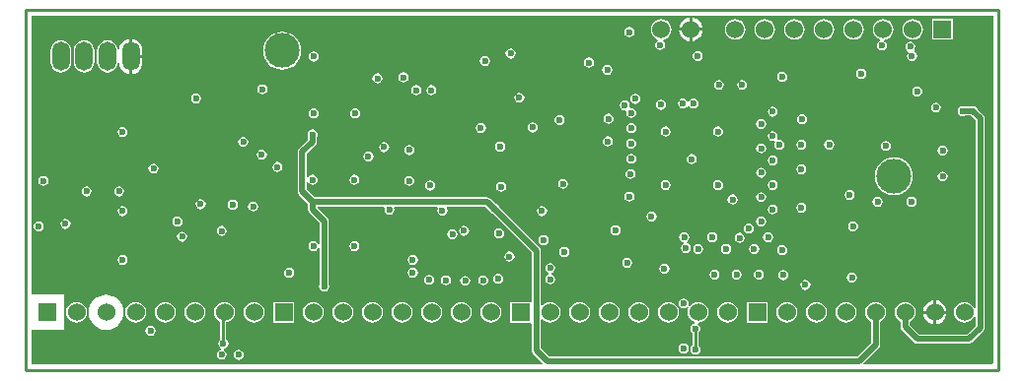
<source format=gbl>
G04*
G04 #@! TF.GenerationSoftware,Altium Limited,CircuitStudio,1.5.2 (30)*
G04*
G04 Layer_Physical_Order=4*
G04 Layer_Color=12500520*
%FSLAX44Y44*%
%MOMM*%
G71*
G01*
G75*
%ADD30C,0.2540*%
%ADD31C,0.5000*%
%ADD34C,1.5240*%
%ADD35R,1.5240X1.5240*%
%ADD36C,3.0000*%
%ADD37O,1.5000X2.5000*%
%ADD38C,0.6000*%
G36*
X1169500Y260898D02*
X1168602Y260000D01*
X1058765Y260033D01*
X1058239Y261303D01*
X1071468Y274532D01*
X1071468Y274532D01*
X1072301Y275779D01*
X1072594Y277250D01*
Y297020D01*
X1073233Y297285D01*
X1075090Y298710D01*
X1076515Y300567D01*
X1077411Y302729D01*
X1077717Y305050D01*
X1077411Y307371D01*
X1076515Y309533D01*
X1075090Y311390D01*
X1073233Y312815D01*
X1071071Y313711D01*
X1068750Y314017D01*
X1066429Y313711D01*
X1064267Y312815D01*
X1062410Y311390D01*
X1060985Y309533D01*
X1060089Y307371D01*
X1059783Y305050D01*
X1060089Y302729D01*
X1060985Y300567D01*
X1062410Y298710D01*
X1064267Y297285D01*
X1064906Y297020D01*
Y278842D01*
X1052907Y266844D01*
X788518D01*
X781344Y274018D01*
Y298795D01*
X782614Y299226D01*
X783010Y298710D01*
X784867Y297285D01*
X787029Y296389D01*
X789350Y296083D01*
X791671Y296389D01*
X793833Y297285D01*
X795691Y298710D01*
X797115Y300567D01*
X798011Y302729D01*
X798317Y305050D01*
X798011Y307371D01*
X797115Y309533D01*
X795691Y311390D01*
X793833Y312815D01*
X791671Y313711D01*
X789350Y314017D01*
X787029Y313711D01*
X784867Y312815D01*
X783010Y311390D01*
X782614Y310874D01*
X781344Y311306D01*
Y358000D01*
X781051Y359471D01*
X780218Y360718D01*
X780218Y360718D01*
X745585Y395351D01*
X745522Y395666D01*
X744578Y397078D01*
X743166Y398022D01*
X742851Y398085D01*
X738218Y402718D01*
X736971Y403551D01*
X736727Y403600D01*
X735500Y403844D01*
X735500Y403844D01*
X587433D01*
X587166Y404022D01*
X586851Y404085D01*
X580344Y410592D01*
Y416919D01*
X580706Y417052D01*
X581614Y417130D01*
X582421Y415921D01*
X583834Y414978D01*
X585500Y414646D01*
X587166Y414978D01*
X588578Y415921D01*
X589522Y417334D01*
X589853Y419000D01*
X589522Y420666D01*
X588578Y422078D01*
X587166Y423022D01*
X585500Y423354D01*
X583834Y423022D01*
X582421Y422078D01*
X581614Y420870D01*
X580706Y420948D01*
X580344Y421081D01*
Y441408D01*
X588218Y449282D01*
X588218Y449282D01*
X588774Y450115D01*
X589051Y450529D01*
X589344Y452000D01*
X589344Y452000D01*
Y456067D01*
X589522Y456334D01*
X589853Y458000D01*
X589522Y459666D01*
X588578Y461078D01*
X587166Y462022D01*
X585500Y462354D01*
X583834Y462022D01*
X582421Y461078D01*
X581478Y459666D01*
X581146Y458000D01*
X581478Y456334D01*
X581656Y456067D01*
Y453592D01*
X573782Y445718D01*
X572948Y444471D01*
X572900Y444227D01*
X572656Y443000D01*
X572656Y443000D01*
Y409000D01*
X572656Y409000D01*
X572900Y407773D01*
X572948Y407529D01*
X573782Y406282D01*
X581415Y398649D01*
X581478Y398334D01*
X581656Y398067D01*
Y393424D01*
X581656Y393423D01*
X581900Y392197D01*
X581949Y391953D01*
X582782Y390705D01*
X591656Y381831D01*
Y363343D01*
X590386Y363218D01*
X590334Y363478D01*
X589390Y364891D01*
X587978Y365834D01*
X586312Y366166D01*
X584646Y365834D01*
X583233Y364891D01*
X582290Y363478D01*
X581958Y361812D01*
X582290Y360146D01*
X583233Y358733D01*
X584646Y357790D01*
X586312Y357458D01*
X587978Y357790D01*
X589390Y358733D01*
X590334Y360146D01*
X590386Y360406D01*
X591656Y360281D01*
Y328933D01*
X591478Y328666D01*
X591146Y327000D01*
X591478Y325334D01*
X592421Y323921D01*
X593834Y322978D01*
X595500Y322646D01*
X597166Y322978D01*
X598578Y323921D01*
X599522Y325334D01*
X599853Y327000D01*
X599522Y328666D01*
X599344Y328933D01*
Y383423D01*
X599051Y384894D01*
X598218Y386142D01*
X598218Y386142D01*
X589473Y394886D01*
X589657Y396156D01*
X646946D01*
X647625Y394886D01*
X647477Y394666D01*
X647146Y393000D01*
X647477Y391334D01*
X648421Y389921D01*
X649834Y388978D01*
X651500Y388646D01*
X653166Y388978D01*
X654578Y389921D01*
X655522Y391334D01*
X655853Y393000D01*
X655522Y394666D01*
X655375Y394886D01*
X656054Y396156D01*
X692780D01*
X693459Y394886D01*
X692977Y394166D01*
X692646Y392500D01*
X692977Y390834D01*
X693921Y389421D01*
X695334Y388478D01*
X697000Y388146D01*
X698666Y388478D01*
X700078Y389421D01*
X701022Y390834D01*
X701353Y392500D01*
X701022Y394166D01*
X700541Y394886D01*
X701219Y396156D01*
X733907D01*
X737415Y392649D01*
X737477Y392334D01*
X738421Y390921D01*
X739834Y389978D01*
X740149Y389915D01*
X773656Y356408D01*
Y314872D01*
X772840Y313940D01*
X772386Y313940D01*
X755060D01*
Y296160D01*
X772386D01*
X772840Y296160D01*
X773656Y295228D01*
X773656Y295228D01*
Y272426D01*
X773656Y272426D01*
X773900Y271199D01*
X773949Y270955D01*
X774782Y269708D01*
X783103Y261386D01*
X782577Y260116D01*
X344500Y260248D01*
Y289930D01*
X372670D01*
Y320170D01*
X344500D01*
Y560000D01*
X1169500D01*
Y260898D01*
D02*
G37*
%LPC*%
G36*
X976500Y373853D02*
X974834Y373522D01*
X973421Y372578D01*
X972477Y371166D01*
X972146Y369500D01*
X972477Y367834D01*
X973421Y366421D01*
X974834Y365477D01*
X976500Y365146D01*
X978166Y365477D01*
X979578Y366421D01*
X980522Y367834D01*
X980853Y369500D01*
X980522Y371166D01*
X979578Y372578D01*
X978166Y373522D01*
X976500Y373853D01*
D02*
G37*
G36*
X473500Y374353D02*
X471834Y374022D01*
X470421Y373078D01*
X469478Y371666D01*
X469146Y370000D01*
X469478Y368334D01*
X470421Y366921D01*
X471834Y365978D01*
X473500Y365646D01*
X475166Y365978D01*
X476578Y366921D01*
X477522Y368334D01*
X477853Y370000D01*
X477522Y371666D01*
X476578Y373078D01*
X475166Y374022D01*
X473500Y374353D01*
D02*
G37*
G36*
X783688Y371353D02*
X782022Y371022D01*
X780609Y370078D01*
X779666Y368666D01*
X779334Y367000D01*
X779666Y365334D01*
X780609Y363921D01*
X782022Y362978D01*
X783688Y362646D01*
X785354Y362978D01*
X786766Y363921D01*
X787710Y365334D01*
X788042Y367000D01*
X787710Y368666D01*
X786766Y370078D01*
X785354Y371022D01*
X783688Y371353D01*
D02*
G37*
G36*
X951999Y373353D02*
X950332Y373022D01*
X948920Y372078D01*
X947976Y370666D01*
X947645Y369000D01*
X947976Y367334D01*
X948920Y365921D01*
X950332Y364977D01*
X951999Y364646D01*
X953665Y364977D01*
X955077Y365921D01*
X956021Y367334D01*
X956352Y369000D01*
X956021Y370666D01*
X955077Y372078D01*
X953665Y373022D01*
X951999Y373353D01*
D02*
G37*
G36*
X928500Y373853D02*
X926834Y373522D01*
X925421Y372578D01*
X924477Y371166D01*
X924146Y369500D01*
X924477Y367834D01*
X925421Y366421D01*
X926834Y365477D01*
X928500Y365146D01*
X930166Y365477D01*
X931578Y366421D01*
X932522Y367834D01*
X932853Y369500D01*
X932522Y371166D01*
X931578Y372578D01*
X930166Y373522D01*
X928500Y373853D01*
D02*
G37*
G36*
X715538Y379392D02*
X713872Y379060D01*
X712459Y378116D01*
X711516Y376704D01*
X711184Y375038D01*
X711516Y373372D01*
X712459Y371959D01*
X713872Y371016D01*
X715538Y370684D01*
X717204Y371016D01*
X718616Y371959D01*
X719560Y373372D01*
X719891Y375038D01*
X719560Y376704D01*
X718616Y378116D01*
X717204Y379060D01*
X715538Y379392D01*
D02*
G37*
G36*
X845500Y379854D02*
X843834Y379522D01*
X842421Y378578D01*
X841478Y377166D01*
X841146Y375500D01*
X841478Y373834D01*
X842421Y372421D01*
X843834Y371478D01*
X845500Y371146D01*
X847166Y371478D01*
X848578Y372421D01*
X849522Y373834D01*
X849853Y375500D01*
X849522Y377166D01*
X848578Y378578D01*
X847166Y379522D01*
X845500Y379854D01*
D02*
G37*
G36*
X959998Y381353D02*
X958332Y381022D01*
X956920Y380078D01*
X955976Y378666D01*
X955645Y377000D01*
X955976Y375334D01*
X956920Y373921D01*
X958332Y372977D01*
X959998Y372646D01*
X961665Y372977D01*
X963077Y373921D01*
X964021Y375334D01*
X964352Y377000D01*
X964021Y378666D01*
X963077Y380078D01*
X961665Y381022D01*
X959998Y381353D01*
D02*
G37*
G36*
X705500Y376353D02*
X703834Y376022D01*
X702421Y375078D01*
X701478Y373666D01*
X701146Y372000D01*
X701478Y370334D01*
X702421Y368921D01*
X703834Y367978D01*
X705500Y367646D01*
X707166Y367978D01*
X708578Y368921D01*
X709522Y370334D01*
X709853Y372000D01*
X709522Y373666D01*
X708578Y375078D01*
X707166Y376022D01*
X705500Y376353D01*
D02*
G37*
G36*
X745500Y377354D02*
X743834Y377022D01*
X742421Y376078D01*
X741478Y374666D01*
X741146Y373000D01*
X741478Y371334D01*
X742421Y369921D01*
X743834Y368978D01*
X745500Y368646D01*
X747166Y368978D01*
X748578Y369921D01*
X749522Y371334D01*
X749853Y373000D01*
X749522Y374666D01*
X748578Y376078D01*
X747166Y377022D01*
X745500Y377354D01*
D02*
G37*
G36*
X507500Y379353D02*
X505834Y379022D01*
X504421Y378078D01*
X503478Y376666D01*
X503146Y375000D01*
X503478Y373334D01*
X504421Y371921D01*
X505834Y370978D01*
X507500Y370646D01*
X509166Y370978D01*
X510578Y371921D01*
X511522Y373334D01*
X511853Y375000D01*
X511522Y376666D01*
X510578Y378078D01*
X509166Y379022D01*
X507500Y379353D01*
D02*
G37*
G36*
X754500Y357354D02*
X752834Y357022D01*
X751421Y356078D01*
X750478Y354666D01*
X750146Y353000D01*
X750478Y351334D01*
X751421Y349921D01*
X752834Y348978D01*
X754500Y348646D01*
X756166Y348978D01*
X757578Y349921D01*
X758522Y351334D01*
X758853Y353000D01*
X758522Y354666D01*
X757578Y356078D01*
X756166Y357022D01*
X754500Y357354D01*
D02*
G37*
G36*
X801500Y361353D02*
X799834Y361022D01*
X798421Y360078D01*
X797477Y358666D01*
X797146Y357000D01*
X797477Y355334D01*
X798421Y353921D01*
X799834Y352978D01*
X801500Y352646D01*
X803166Y352978D01*
X804578Y353921D01*
X805522Y355334D01*
X805853Y357000D01*
X805522Y358666D01*
X804578Y360078D01*
X803166Y361022D01*
X801500Y361353D01*
D02*
G37*
G36*
X671500Y354353D02*
X669834Y354022D01*
X668421Y353078D01*
X667477Y351666D01*
X667146Y350000D01*
X667477Y348334D01*
X668421Y346921D01*
X669834Y345978D01*
X671500Y345646D01*
X673166Y345978D01*
X674578Y346921D01*
X675522Y348334D01*
X675853Y350000D01*
X675522Y351666D01*
X674578Y353078D01*
X673166Y354022D01*
X671500Y354353D01*
D02*
G37*
G36*
X855500Y351853D02*
X853834Y351522D01*
X852421Y350578D01*
X851478Y349166D01*
X851146Y347500D01*
X851478Y345834D01*
X852421Y344421D01*
X853834Y343478D01*
X855500Y343146D01*
X857166Y343478D01*
X858578Y344421D01*
X859522Y345834D01*
X859853Y347500D01*
X859522Y349166D01*
X858578Y350578D01*
X857166Y351522D01*
X855500Y351853D01*
D02*
G37*
G36*
X422500Y354353D02*
X420834Y354022D01*
X419421Y353078D01*
X418478Y351666D01*
X418146Y350000D01*
X418478Y348334D01*
X419421Y346921D01*
X420834Y345978D01*
X422500Y345646D01*
X424166Y345978D01*
X425578Y346921D01*
X426522Y348334D01*
X426853Y350000D01*
X426522Y351666D01*
X425578Y353078D01*
X424166Y354022D01*
X422500Y354353D01*
D02*
G37*
G36*
X988500Y362854D02*
X986833Y362522D01*
X985421Y361578D01*
X984477Y360166D01*
X984146Y358500D01*
X984477Y356834D01*
X985421Y355421D01*
X986833Y354478D01*
X988500Y354146D01*
X990166Y354478D01*
X991578Y355421D01*
X992522Y356834D01*
X992853Y358500D01*
X992522Y360166D01*
X991578Y361578D01*
X990166Y362522D01*
X988500Y362854D01*
D02*
G37*
G36*
X904500Y373853D02*
X902834Y373522D01*
X901421Y372578D01*
X900478Y371166D01*
X900146Y369500D01*
X900478Y367834D01*
X901421Y366421D01*
X902834Y365477D01*
X903820Y365281D01*
X903984Y363954D01*
X902921Y363243D01*
X901977Y361831D01*
X901646Y360165D01*
X901977Y358499D01*
X902921Y357086D01*
X904334Y356143D01*
X906000Y355811D01*
X907666Y356143D01*
X909078Y357086D01*
X910022Y358499D01*
X910353Y360165D01*
X910022Y361831D01*
X909078Y363243D01*
X907666Y364187D01*
X906680Y364383D01*
X906515Y365711D01*
X907578Y366421D01*
X908522Y367834D01*
X908853Y369500D01*
X908522Y371166D01*
X907578Y372578D01*
X906166Y373522D01*
X904500Y373853D01*
D02*
G37*
G36*
X621499Y366353D02*
X619833Y366022D01*
X618421Y365078D01*
X617477Y363666D01*
X617146Y362000D01*
X617477Y360334D01*
X618421Y358921D01*
X619833Y357977D01*
X621499Y357646D01*
X623165Y357977D01*
X624578Y358921D01*
X625521Y360334D01*
X625853Y362000D01*
X625521Y363666D01*
X624578Y365078D01*
X623165Y366022D01*
X621499Y366353D01*
D02*
G37*
G36*
X964500Y363853D02*
X962834Y363522D01*
X961421Y362578D01*
X960477Y361166D01*
X960146Y359500D01*
X960477Y357834D01*
X961421Y356421D01*
X962834Y355477D01*
X964500Y355146D01*
X966166Y355477D01*
X967578Y356421D01*
X968522Y357834D01*
X968853Y359500D01*
X968522Y361166D01*
X967578Y362578D01*
X966166Y363522D01*
X964500Y363853D01*
D02*
G37*
G36*
X916500D02*
X914834Y363522D01*
X913421Y362578D01*
X912477Y361166D01*
X912146Y359500D01*
X912477Y357834D01*
X913421Y356421D01*
X914834Y355477D01*
X916500Y355146D01*
X918166Y355477D01*
X919578Y356421D01*
X920522Y357834D01*
X920853Y359500D01*
X920522Y361166D01*
X919578Y362578D01*
X918166Y363522D01*
X916500Y363853D01*
D02*
G37*
G36*
X940500D02*
X938834Y363522D01*
X937421Y362578D01*
X936477Y361166D01*
X936146Y359500D01*
X936477Y357834D01*
X937421Y356421D01*
X938834Y355477D01*
X940500Y355146D01*
X942166Y355477D01*
X943578Y356421D01*
X944522Y357834D01*
X944853Y359500D01*
X944522Y361166D01*
X943578Y362578D01*
X942166Y363522D01*
X940500Y363853D01*
D02*
G37*
G36*
X1099500Y404353D02*
X1097834Y404022D01*
X1096421Y403078D01*
X1095478Y401666D01*
X1095146Y400000D01*
X1095478Y398334D01*
X1096421Y396921D01*
X1097834Y395978D01*
X1099500Y395646D01*
X1101166Y395978D01*
X1102578Y396921D01*
X1103522Y398334D01*
X1103853Y400000D01*
X1103522Y401666D01*
X1102578Y403078D01*
X1101166Y404022D01*
X1099500Y404353D01*
D02*
G37*
G36*
X946002Y406356D02*
X944336Y406024D01*
X942923Y405081D01*
X941980Y403668D01*
X941648Y402002D01*
X941980Y400336D01*
X942923Y398924D01*
X944336Y397980D01*
X946002Y397649D01*
X947668Y397980D01*
X949080Y398924D01*
X950024Y400336D01*
X950356Y402002D01*
X950024Y403668D01*
X949080Y405081D01*
X947668Y406024D01*
X946002Y406356D01*
D02*
G37*
G36*
X1070500Y404353D02*
X1068834Y404022D01*
X1067421Y403078D01*
X1066478Y401666D01*
X1066146Y400000D01*
X1066478Y398334D01*
X1067421Y396921D01*
X1068834Y395978D01*
X1070500Y395646D01*
X1072166Y395978D01*
X1073578Y396921D01*
X1074522Y398334D01*
X1074853Y400000D01*
X1074522Y401666D01*
X1073578Y403078D01*
X1072166Y404022D01*
X1070500Y404353D01*
D02*
G37*
G36*
X517150Y401704D02*
X515484Y401372D01*
X514071Y400429D01*
X513127Y399016D01*
X512796Y397350D01*
X513127Y395684D01*
X514071Y394272D01*
X515484Y393328D01*
X517150Y392996D01*
X518816Y393328D01*
X520228Y394272D01*
X521172Y395684D01*
X521503Y397350D01*
X521172Y399016D01*
X520228Y400429D01*
X518816Y401372D01*
X517150Y401704D01*
D02*
G37*
G36*
X489500Y402354D02*
X487834Y402022D01*
X486421Y401078D01*
X485477Y399666D01*
X485146Y398000D01*
X485477Y396334D01*
X486421Y394921D01*
X487834Y393978D01*
X489500Y393646D01*
X491166Y393978D01*
X492578Y394921D01*
X493522Y396334D01*
X493853Y398000D01*
X493522Y399666D01*
X492578Y401078D01*
X491166Y402022D01*
X489500Y402354D01*
D02*
G37*
G36*
X970499Y408353D02*
X968832Y408022D01*
X967420Y407078D01*
X966476Y405666D01*
X966145Y404000D01*
X966476Y402334D01*
X967420Y400921D01*
X968832Y399978D01*
X970499Y399646D01*
X972165Y399978D01*
X973577Y400921D01*
X974521Y402334D01*
X974852Y404000D01*
X974521Y405666D01*
X973577Y407078D01*
X972165Y408022D01*
X970499Y408353D01*
D02*
G37*
G36*
X419500Y413354D02*
X417834Y413022D01*
X416421Y412078D01*
X415477Y410666D01*
X415146Y409000D01*
X415477Y407334D01*
X416421Y405921D01*
X417834Y404978D01*
X419500Y404646D01*
X421166Y404978D01*
X422578Y405921D01*
X423522Y407334D01*
X423853Y409000D01*
X423522Y410666D01*
X422578Y412078D01*
X421166Y413022D01*
X419500Y413354D01*
D02*
G37*
G36*
X1084500Y438349D02*
X1081310Y438034D01*
X1078243Y437104D01*
X1075417Y435593D01*
X1072940Y433560D01*
X1070906Y431083D01*
X1069396Y428256D01*
X1068465Y425189D01*
X1068151Y422000D01*
X1068465Y418810D01*
X1069396Y415743D01*
X1070906Y412917D01*
X1072940Y410440D01*
X1075417Y408406D01*
X1078243Y406896D01*
X1081310Y405965D01*
X1084500Y405651D01*
X1087689Y405965D01*
X1090756Y406896D01*
X1093583Y408406D01*
X1096060Y410440D01*
X1098093Y412917D01*
X1099604Y415743D01*
X1100534Y418810D01*
X1100848Y422000D01*
X1100534Y425189D01*
X1099604Y428256D01*
X1098093Y431083D01*
X1096060Y433560D01*
X1093583Y435593D01*
X1090756Y437104D01*
X1087689Y438034D01*
X1084500Y438349D01*
D02*
G37*
G36*
X391500Y413354D02*
X389834Y413022D01*
X388421Y412078D01*
X387477Y410666D01*
X387146Y409000D01*
X387477Y407334D01*
X388421Y405921D01*
X389834Y404978D01*
X391500Y404646D01*
X393166Y404978D01*
X394578Y405921D01*
X395522Y407334D01*
X395853Y409000D01*
X395522Y410666D01*
X394578Y412078D01*
X393166Y413022D01*
X391500Y413354D01*
D02*
G37*
G36*
X857500Y408854D02*
X855834Y408522D01*
X854421Y407578D01*
X853477Y406166D01*
X853146Y404500D01*
X853477Y402834D01*
X854421Y401421D01*
X855834Y400478D01*
X857500Y400146D01*
X859166Y400478D01*
X860578Y401421D01*
X861522Y402834D01*
X861853Y404500D01*
X861522Y406166D01*
X860578Y407578D01*
X859166Y408522D01*
X857500Y408854D01*
D02*
G37*
G36*
X1046500Y410354D02*
X1044834Y410022D01*
X1043421Y409078D01*
X1042477Y407666D01*
X1042146Y406000D01*
X1042477Y404334D01*
X1043421Y402921D01*
X1044834Y401978D01*
X1046500Y401646D01*
X1048166Y401978D01*
X1049578Y402921D01*
X1050522Y404334D01*
X1050853Y406000D01*
X1050522Y407666D01*
X1049578Y409078D01*
X1048166Y410022D01*
X1046500Y410354D01*
D02*
G37*
G36*
X469500Y387354D02*
X467834Y387022D01*
X466421Y386078D01*
X465477Y384666D01*
X465146Y383000D01*
X465477Y381334D01*
X466421Y379921D01*
X467834Y378978D01*
X469500Y378646D01*
X471166Y378978D01*
X472578Y379921D01*
X473522Y381334D01*
X473853Y383000D01*
X473522Y384666D01*
X472578Y386078D01*
X471166Y387022D01*
X469500Y387354D01*
D02*
G37*
G36*
X970499Y387354D02*
X968832Y387022D01*
X967420Y386078D01*
X966476Y384666D01*
X966145Y383000D01*
X966476Y381334D01*
X967420Y379921D01*
X968832Y378978D01*
X970499Y378646D01*
X972165Y378978D01*
X973577Y379921D01*
X974521Y381334D01*
X974852Y383000D01*
X974521Y384666D01*
X973577Y386078D01*
X972165Y387022D01*
X970499Y387354D01*
D02*
G37*
G36*
X373500Y385354D02*
X371834Y385022D01*
X370421Y384078D01*
X369478Y382666D01*
X369146Y381000D01*
X369478Y379334D01*
X370421Y377921D01*
X371834Y376978D01*
X373500Y376646D01*
X375166Y376978D01*
X376578Y377921D01*
X377522Y379334D01*
X377853Y381000D01*
X377522Y382666D01*
X376578Y384078D01*
X375166Y385022D01*
X373500Y385354D01*
D02*
G37*
G36*
X350500Y383354D02*
X348834Y383022D01*
X347421Y382078D01*
X346478Y380666D01*
X346146Y379000D01*
X346478Y377334D01*
X347421Y375921D01*
X348834Y374978D01*
X350500Y374646D01*
X352166Y374978D01*
X353578Y375921D01*
X354522Y377334D01*
X354853Y379000D01*
X354522Y380666D01*
X353578Y382078D01*
X352166Y383022D01*
X350500Y383354D01*
D02*
G37*
G36*
X1049500D02*
X1047834Y383022D01*
X1046421Y382078D01*
X1045478Y380666D01*
X1045146Y379000D01*
X1045478Y377334D01*
X1046421Y375921D01*
X1047834Y374978D01*
X1049500Y374646D01*
X1051166Y374978D01*
X1052578Y375921D01*
X1053522Y377334D01*
X1053853Y379000D01*
X1053522Y380666D01*
X1052578Y382078D01*
X1051166Y383022D01*
X1049500Y383354D01*
D02*
G37*
G36*
X876500Y391854D02*
X874834Y391522D01*
X873421Y390578D01*
X872477Y389166D01*
X872146Y387500D01*
X872477Y385834D01*
X873421Y384422D01*
X874834Y383478D01*
X876500Y383146D01*
X878166Y383478D01*
X879578Y384422D01*
X880522Y385834D01*
X880853Y387500D01*
X880522Y389166D01*
X879578Y390578D01*
X878166Y391522D01*
X876500Y391854D01*
D02*
G37*
G36*
X1005000Y399353D02*
X1003334Y399022D01*
X1001921Y398078D01*
X1000977Y396666D01*
X1000646Y395000D01*
X1000977Y393334D01*
X1001921Y391921D01*
X1003334Y390978D01*
X1005000Y390646D01*
X1006666Y390978D01*
X1008078Y391921D01*
X1009022Y393334D01*
X1009353Y395000D01*
X1009022Y396666D01*
X1008078Y398078D01*
X1006666Y399022D01*
X1005000Y399353D01*
D02*
G37*
G36*
X534500Y400354D02*
X532834Y400022D01*
X531421Y399078D01*
X530477Y397666D01*
X530146Y396000D01*
X530477Y394334D01*
X531421Y392921D01*
X532834Y391978D01*
X534500Y391646D01*
X536166Y391978D01*
X537578Y392921D01*
X538522Y394334D01*
X538853Y396000D01*
X538522Y397666D01*
X537578Y399078D01*
X536166Y400022D01*
X534500Y400354D01*
D02*
G37*
G36*
X980499Y397854D02*
X978832Y397522D01*
X977420Y396578D01*
X976476Y395166D01*
X976145Y393500D01*
X976476Y391834D01*
X977420Y390421D01*
X978832Y389478D01*
X980499Y389146D01*
X982165Y389478D01*
X983577Y390421D01*
X984521Y391834D01*
X984852Y393500D01*
X984521Y395166D01*
X983577Y396578D01*
X982165Y397522D01*
X980499Y397854D01*
D02*
G37*
G36*
X422500Y396353D02*
X420834Y396022D01*
X419421Y395078D01*
X418478Y393666D01*
X418146Y392000D01*
X418478Y390334D01*
X419421Y388921D01*
X420834Y387978D01*
X422500Y387646D01*
X424166Y387978D01*
X425578Y388921D01*
X426522Y390334D01*
X426853Y392000D01*
X426522Y393666D01*
X425578Y395078D01*
X424166Y396022D01*
X422500Y396353D01*
D02*
G37*
G36*
X782500D02*
X780834Y396022D01*
X779421Y395078D01*
X778477Y393666D01*
X778146Y392000D01*
X778477Y390334D01*
X779421Y388921D01*
X780834Y387978D01*
X782500Y387646D01*
X784166Y387978D01*
X785578Y388921D01*
X786522Y390334D01*
X786853Y392000D01*
X786522Y393666D01*
X785578Y395078D01*
X784166Y396022D01*
X782500Y396353D01*
D02*
G37*
G36*
X713150Y314017D02*
X710829Y313711D01*
X708667Y312815D01*
X706810Y311390D01*
X705385Y309533D01*
X704489Y307371D01*
X704183Y305050D01*
X704489Y302729D01*
X705385Y300567D01*
X706810Y298710D01*
X708667Y297285D01*
X710829Y296389D01*
X713150Y296083D01*
X715471Y296389D01*
X717633Y297285D01*
X719491Y298710D01*
X720915Y300567D01*
X721811Y302729D01*
X722117Y305050D01*
X721811Y307371D01*
X720915Y309533D01*
X719491Y311390D01*
X717633Y312815D01*
X715471Y313711D01*
X713150Y314017D01*
D02*
G37*
G36*
X738550D02*
X736229Y313711D01*
X734067Y312815D01*
X732210Y311390D01*
X730785Y309533D01*
X729889Y307371D01*
X729583Y305050D01*
X729889Y302729D01*
X730785Y300567D01*
X732210Y298710D01*
X734067Y297285D01*
X736229Y296389D01*
X738550Y296083D01*
X740871Y296389D01*
X743033Y297285D01*
X744891Y298710D01*
X746315Y300567D01*
X747211Y302729D01*
X747517Y305050D01*
X747211Y307371D01*
X746315Y309533D01*
X744891Y311390D01*
X743033Y312815D01*
X740871Y313711D01*
X738550Y314017D01*
D02*
G37*
G36*
X687750D02*
X685429Y313711D01*
X683267Y312815D01*
X681410Y311390D01*
X679985Y309533D01*
X679089Y307371D01*
X678783Y305050D01*
X679089Y302729D01*
X679985Y300567D01*
X681410Y298710D01*
X683267Y297285D01*
X685429Y296389D01*
X687750Y296083D01*
X690071Y296389D01*
X692233Y297285D01*
X694090Y298710D01*
X695515Y300567D01*
X696411Y302729D01*
X696717Y305050D01*
X696411Y307371D01*
X695515Y309533D01*
X694090Y311390D01*
X692233Y312815D01*
X690071Y313711D01*
X687750Y314017D01*
D02*
G37*
G36*
X636950D02*
X634629Y313711D01*
X632467Y312815D01*
X630610Y311390D01*
X629185Y309533D01*
X628289Y307371D01*
X627983Y305050D01*
X628289Y302729D01*
X629185Y300567D01*
X630610Y298710D01*
X632467Y297285D01*
X634629Y296389D01*
X636950Y296083D01*
X639271Y296389D01*
X641433Y297285D01*
X643290Y298710D01*
X644715Y300567D01*
X645611Y302729D01*
X645917Y305050D01*
X645611Y307371D01*
X644715Y309533D01*
X643290Y311390D01*
X641433Y312815D01*
X639271Y313711D01*
X636950Y314017D01*
D02*
G37*
G36*
X662350D02*
X660029Y313711D01*
X657867Y312815D01*
X656010Y311390D01*
X654585Y309533D01*
X653689Y307371D01*
X653383Y305050D01*
X653689Y302729D01*
X654585Y300567D01*
X656010Y298710D01*
X657867Y297285D01*
X660029Y296389D01*
X662350Y296083D01*
X664671Y296389D01*
X666833Y297285D01*
X668690Y298710D01*
X670115Y300567D01*
X671011Y302729D01*
X671317Y305050D01*
X671011Y307371D01*
X670115Y309533D01*
X668690Y311390D01*
X666833Y312815D01*
X664671Y313711D01*
X662350Y314017D01*
D02*
G37*
G36*
X814750D02*
X812429Y313711D01*
X810267Y312815D01*
X808410Y311390D01*
X806985Y309533D01*
X806089Y307371D01*
X805783Y305050D01*
X806089Y302729D01*
X806985Y300567D01*
X808410Y298710D01*
X810267Y297285D01*
X812429Y296389D01*
X814750Y296083D01*
X817071Y296389D01*
X819233Y297285D01*
X821090Y298710D01*
X822515Y300567D01*
X823411Y302729D01*
X823717Y305050D01*
X823411Y307371D01*
X822515Y309533D01*
X821090Y311390D01*
X819233Y312815D01*
X817071Y313711D01*
X814750Y314017D01*
D02*
G37*
G36*
X904000Y316854D02*
X902334Y316522D01*
X900921Y315578D01*
X899977Y314166D01*
X899646Y312500D01*
X899977Y310834D01*
X900921Y309421D01*
X902334Y308478D01*
X904000Y308146D01*
X905666Y308478D01*
X906577Y309086D01*
X907712Y309539D01*
X908428Y309156D01*
D01*
X908426Y309151D01*
X908413Y309119D01*
X907689Y307371D01*
X907383Y305050D01*
X907689Y302729D01*
X908585Y300567D01*
X910010Y298710D01*
X911867Y297285D01*
X913596Y296568D01*
X913466Y295247D01*
X912334Y295022D01*
X910921Y294078D01*
X909977Y292666D01*
X909646Y291000D01*
X909977Y289334D01*
X910921Y287921D01*
X911410Y287595D01*
Y276405D01*
X910921Y276078D01*
X909977Y274666D01*
X909646Y273000D01*
X909977Y271334D01*
X910921Y269921D01*
X912334Y268978D01*
X914000Y268646D01*
X915666Y268978D01*
X917078Y269921D01*
X918022Y271334D01*
X918353Y273000D01*
X918022Y274666D01*
X917078Y276078D01*
X916590Y276405D01*
Y287595D01*
X917078Y287921D01*
X918022Y289334D01*
X918353Y291000D01*
X918022Y292666D01*
X917078Y294078D01*
X915908Y294861D01*
X916335Y296085D01*
X916350Y296083D01*
X918671Y296389D01*
X920833Y297285D01*
X922691Y298710D01*
X924115Y300567D01*
X925011Y302729D01*
X925317Y305050D01*
X925011Y307371D01*
X924115Y309533D01*
X922691Y311390D01*
X920833Y312815D01*
X918671Y313711D01*
X916350Y314017D01*
X914029Y313711D01*
X911867Y312815D01*
X910010Y311390D01*
X909093Y310196D01*
X909093Y310196D01*
X909091Y310193D01*
X909019Y310236D01*
X908990Y310253D01*
X908338Y310644D01*
X908222Y311841D01*
X908353Y312500D01*
X908022Y314166D01*
X907078Y315578D01*
X905666Y316522D01*
X904000Y316854D01*
D02*
G37*
G36*
X941750Y314017D02*
X939429Y313711D01*
X937267Y312815D01*
X935410Y311390D01*
X933985Y309533D01*
X933089Y307371D01*
X932783Y305050D01*
X933089Y302729D01*
X933985Y300567D01*
X935410Y298710D01*
X937267Y297285D01*
X939429Y296389D01*
X941750Y296083D01*
X944071Y296389D01*
X946233Y297285D01*
X948091Y298710D01*
X949515Y300567D01*
X950411Y302729D01*
X950717Y305050D01*
X950411Y307371D01*
X949515Y309533D01*
X948091Y311390D01*
X946233Y312815D01*
X944071Y313711D01*
X941750Y314017D01*
D02*
G37*
G36*
X890950D02*
X888629Y313711D01*
X886467Y312815D01*
X884610Y311390D01*
X883185Y309533D01*
X882289Y307371D01*
X881983Y305050D01*
X882289Y302729D01*
X883185Y300567D01*
X884610Y298710D01*
X886467Y297285D01*
X888629Y296389D01*
X890950Y296083D01*
X893271Y296389D01*
X895433Y297285D01*
X897290Y298710D01*
X898715Y300567D01*
X899611Y302729D01*
X899917Y305050D01*
X899611Y307371D01*
X898715Y309533D01*
X897290Y311390D01*
X895433Y312815D01*
X893271Y313711D01*
X890950Y314017D01*
D02*
G37*
G36*
X840150D02*
X837829Y313711D01*
X835667Y312815D01*
X833810Y311390D01*
X832385Y309533D01*
X831489Y307371D01*
X831183Y305050D01*
X831489Y302729D01*
X832385Y300567D01*
X833810Y298710D01*
X835667Y297285D01*
X837829Y296389D01*
X840150Y296083D01*
X842471Y296389D01*
X844633Y297285D01*
X846490Y298710D01*
X847915Y300567D01*
X848811Y302729D01*
X849117Y305050D01*
X848811Y307371D01*
X847915Y309533D01*
X846490Y311390D01*
X844633Y312815D01*
X842471Y313711D01*
X840150Y314017D01*
D02*
G37*
G36*
X865550D02*
X863229Y313711D01*
X861067Y312815D01*
X859210Y311390D01*
X857785Y309533D01*
X856889Y307371D01*
X856583Y305050D01*
X856889Y302729D01*
X857785Y300567D01*
X859210Y298710D01*
X861067Y297285D01*
X863229Y296389D01*
X865550Y296083D01*
X867871Y296389D01*
X870033Y297285D01*
X871890Y298710D01*
X873315Y300567D01*
X874211Y302729D01*
X874517Y305050D01*
X874211Y307371D01*
X873315Y309533D01*
X871890Y311390D01*
X870033Y312815D01*
X867871Y313711D01*
X865550Y314017D01*
D02*
G37*
G36*
X446500Y293354D02*
X444834Y293022D01*
X443421Y292078D01*
X442477Y290666D01*
X442146Y289000D01*
X442477Y287334D01*
X443421Y285921D01*
X444834Y284978D01*
X446500Y284646D01*
X448166Y284978D01*
X449578Y285921D01*
X450522Y287334D01*
X450853Y289000D01*
X450522Y290666D01*
X449578Y292078D01*
X448166Y293022D01*
X446500Y293354D01*
D02*
G37*
G36*
X1118280Y303780D02*
X1109470D01*
X1109651Y302398D01*
X1110675Y299926D01*
X1112304Y297804D01*
X1114426Y296175D01*
X1116898Y295152D01*
X1118280Y294970D01*
Y303780D01*
D02*
G37*
G36*
X904000Y278354D02*
X902334Y278022D01*
X900921Y277078D01*
X899977Y275666D01*
X899646Y274000D01*
X899977Y272334D01*
X900921Y270921D01*
X902334Y269978D01*
X904000Y269646D01*
X905666Y269978D01*
X907078Y270921D01*
X908022Y272334D01*
X908353Y274000D01*
X908022Y275666D01*
X907078Y277078D01*
X905666Y278022D01*
X904000Y278354D01*
D02*
G37*
G36*
X522000Y272813D02*
X520334Y272482D01*
X518921Y271538D01*
X517977Y270126D01*
X517646Y268460D01*
X517977Y266794D01*
X518921Y265381D01*
X520334Y264438D01*
X522000Y264106D01*
X523666Y264438D01*
X525078Y265381D01*
X526022Y266794D01*
X526353Y268460D01*
X526022Y270126D01*
X525078Y271538D01*
X523666Y272482D01*
X522000Y272813D01*
D02*
G37*
G36*
X509950Y314017D02*
X507629Y313711D01*
X505467Y312815D01*
X503610Y311390D01*
X502185Y309533D01*
X501289Y307371D01*
X500983Y305050D01*
X501289Y302729D01*
X502185Y300567D01*
X503610Y298710D01*
X505467Y297285D01*
X506410Y296894D01*
Y281405D01*
X505921Y281078D01*
X504977Y279666D01*
X504646Y278000D01*
X504977Y276334D01*
X505921Y274921D01*
X507175Y274084D01*
X507205Y273444D01*
X507041Y272762D01*
X505834Y272522D01*
X504421Y271578D01*
X503478Y270166D01*
X503146Y268500D01*
X503478Y266834D01*
X504421Y265421D01*
X505834Y264478D01*
X507500Y264146D01*
X509166Y264478D01*
X510578Y265421D01*
X511522Y266834D01*
X511853Y268500D01*
X511522Y270166D01*
X510578Y271578D01*
X509325Y272416D01*
X509295Y273056D01*
X509459Y273738D01*
X510666Y273978D01*
X512078Y274921D01*
X513022Y276334D01*
X513353Y278000D01*
X513022Y279666D01*
X512078Y281078D01*
X511590Y281405D01*
Y296299D01*
X512271Y296389D01*
X514433Y297285D01*
X516291Y298710D01*
X517715Y300567D01*
X518611Y302729D01*
X518917Y305050D01*
X518611Y307371D01*
X517715Y309533D01*
X516291Y311390D01*
X514433Y312815D01*
X512271Y313711D01*
X509950Y314017D01*
D02*
G37*
G36*
X1129631Y303780D02*
X1120820D01*
Y294970D01*
X1122202Y295152D01*
X1124674Y296175D01*
X1126796Y297804D01*
X1128425Y299926D01*
X1129448Y302398D01*
X1129631Y303780D01*
D02*
G37*
G36*
X586150Y314017D02*
X583829Y313711D01*
X581667Y312815D01*
X579810Y311390D01*
X578385Y309533D01*
X577489Y307371D01*
X577183Y305050D01*
X577489Y302729D01*
X578385Y300567D01*
X579810Y298710D01*
X581667Y297285D01*
X583829Y296389D01*
X586150Y296083D01*
X588471Y296389D01*
X590633Y297285D01*
X592491Y298710D01*
X593915Y300567D01*
X594811Y302729D01*
X595117Y305050D01*
X594811Y307371D01*
X593915Y309533D01*
X592491Y311390D01*
X590633Y312815D01*
X588471Y313711D01*
X586150Y314017D01*
D02*
G37*
G36*
X611550D02*
X609229Y313711D01*
X607067Y312815D01*
X605210Y311390D01*
X603785Y309533D01*
X602889Y307371D01*
X602583Y305050D01*
X602889Y302729D01*
X603785Y300567D01*
X605210Y298710D01*
X607067Y297285D01*
X609229Y296389D01*
X611550Y296083D01*
X613871Y296389D01*
X616033Y297285D01*
X617891Y298710D01*
X619315Y300567D01*
X620211Y302729D01*
X620517Y305050D01*
X620211Y307371D01*
X619315Y309533D01*
X617891Y311390D01*
X616033Y312815D01*
X613871Y313711D01*
X611550Y314017D01*
D02*
G37*
G36*
X535350D02*
X533029Y313711D01*
X530867Y312815D01*
X529010Y311390D01*
X527585Y309533D01*
X526689Y307371D01*
X526383Y305050D01*
X526689Y302729D01*
X527585Y300567D01*
X529010Y298710D01*
X530867Y297285D01*
X533029Y296389D01*
X535350Y296083D01*
X537671Y296389D01*
X539833Y297285D01*
X541690Y298710D01*
X543115Y300567D01*
X544011Y302729D01*
X544317Y305050D01*
X544011Y307371D01*
X543115Y309533D01*
X541690Y311390D01*
X539833Y312815D01*
X537671Y313711D01*
X535350Y314017D01*
D02*
G37*
G36*
X459150D02*
X456829Y313711D01*
X454667Y312815D01*
X452810Y311390D01*
X451385Y309533D01*
X450489Y307371D01*
X450183Y305050D01*
X450489Y302729D01*
X451385Y300567D01*
X452810Y298710D01*
X454667Y297285D01*
X456829Y296389D01*
X459150Y296083D01*
X461471Y296389D01*
X463633Y297285D01*
X465490Y298710D01*
X466915Y300567D01*
X467811Y302729D01*
X468117Y305050D01*
X467811Y307371D01*
X466915Y309533D01*
X465490Y311390D01*
X463633Y312815D01*
X461471Y313711D01*
X459150Y314017D01*
D02*
G37*
G36*
X484550D02*
X482229Y313711D01*
X480067Y312815D01*
X478210Y311390D01*
X476785Y309533D01*
X475889Y307371D01*
X475583Y305050D01*
X475889Y302729D01*
X476785Y300567D01*
X478210Y298710D01*
X480067Y297285D01*
X482229Y296389D01*
X484550Y296083D01*
X486871Y296389D01*
X489033Y297285D01*
X490891Y298710D01*
X492315Y300567D01*
X493211Y302729D01*
X493517Y305050D01*
X493211Y307371D01*
X492315Y309533D01*
X490891Y311390D01*
X489033Y312815D01*
X486871Y313711D01*
X484550Y314017D01*
D02*
G37*
G36*
X992550D02*
X990229Y313711D01*
X988067Y312815D01*
X986210Y311390D01*
X984785Y309533D01*
X983889Y307371D01*
X983583Y305050D01*
X983889Y302729D01*
X984785Y300567D01*
X986210Y298710D01*
X988067Y297285D01*
X990229Y296389D01*
X992550Y296083D01*
X994871Y296389D01*
X997033Y297285D01*
X998891Y298710D01*
X1000315Y300567D01*
X1001211Y302729D01*
X1001517Y305050D01*
X1001211Y307371D01*
X1000315Y309533D01*
X998891Y311390D01*
X997033Y312815D01*
X994871Y313711D01*
X992550Y314017D01*
D02*
G37*
G36*
X1048490Y339353D02*
X1046824Y339022D01*
X1045411Y338078D01*
X1044467Y336666D01*
X1044136Y335000D01*
X1044467Y333334D01*
X1045411Y331921D01*
X1046824Y330978D01*
X1048490Y330646D01*
X1050156Y330978D01*
X1051568Y331921D01*
X1052512Y333334D01*
X1052843Y335000D01*
X1052512Y336666D01*
X1051568Y338078D01*
X1050156Y339022D01*
X1048490Y339353D01*
D02*
G37*
G36*
X989500Y341353D02*
X987834Y341022D01*
X986421Y340078D01*
X985478Y338666D01*
X985146Y337000D01*
X985478Y335334D01*
X986421Y333921D01*
X987834Y332978D01*
X989500Y332646D01*
X991166Y332978D01*
X992578Y333921D01*
X993522Y335334D01*
X993853Y337000D01*
X993522Y338666D01*
X992578Y340078D01*
X991166Y341022D01*
X989500Y341353D01*
D02*
G37*
G36*
X744700Y338153D02*
X743034Y337822D01*
X741622Y336878D01*
X740678Y335465D01*
X740347Y333799D01*
X740678Y332133D01*
X741622Y330721D01*
X743034Y329777D01*
X744700Y329446D01*
X746366Y329777D01*
X747779Y330721D01*
X748723Y332133D01*
X749054Y333799D01*
X748723Y335465D01*
X747779Y336878D01*
X746366Y337822D01*
X744700Y338153D01*
D02*
G37*
G36*
X685600Y337253D02*
X683934Y336922D01*
X682521Y335978D01*
X681578Y334566D01*
X681246Y332900D01*
X681578Y331234D01*
X682521Y329821D01*
X683934Y328877D01*
X685600Y328546D01*
X687266Y328877D01*
X688678Y329821D01*
X689622Y331234D01*
X689954Y332900D01*
X689622Y334566D01*
X688678Y335978D01*
X687266Y336922D01*
X685600Y337253D01*
D02*
G37*
G36*
X789500Y347354D02*
X787834Y347022D01*
X786421Y346078D01*
X785478Y344666D01*
X785146Y343000D01*
X785478Y341334D01*
X786421Y339921D01*
X787834Y338978D01*
X788238Y338897D01*
Y337602D01*
X787834Y337522D01*
X786421Y336578D01*
X785478Y335166D01*
X785146Y333500D01*
X785478Y331834D01*
X786421Y330421D01*
X787834Y329478D01*
X789500Y329146D01*
X791166Y329478D01*
X792578Y330421D01*
X793522Y331834D01*
X793853Y333500D01*
X793522Y335166D01*
X792578Y336578D01*
X791166Y337522D01*
X790762Y337602D01*
Y338897D01*
X791166Y338978D01*
X792578Y339921D01*
X793522Y341334D01*
X793853Y343000D01*
X793522Y344666D01*
X792578Y346078D01*
X791166Y347022D01*
X789500Y347354D01*
D02*
G37*
G36*
X930500Y341853D02*
X928834Y341522D01*
X927421Y340578D01*
X926478Y339166D01*
X926146Y337500D01*
X926478Y335834D01*
X927421Y334421D01*
X928834Y333478D01*
X930500Y333146D01*
X932166Y333478D01*
X933578Y334421D01*
X934522Y335834D01*
X934853Y337500D01*
X934522Y339166D01*
X933578Y340578D01*
X932166Y341522D01*
X930500Y341853D01*
D02*
G37*
G36*
X671500Y343354D02*
X669834Y343022D01*
X668421Y342078D01*
X667477Y340666D01*
X667146Y339000D01*
X667477Y337334D01*
X668421Y335921D01*
X669834Y334978D01*
X671500Y334646D01*
X673166Y334978D01*
X674578Y335921D01*
X675522Y337334D01*
X675853Y339000D01*
X675522Y340666D01*
X674578Y342078D01*
X673166Y343022D01*
X671500Y343354D01*
D02*
G37*
G36*
X887500Y346853D02*
X885834Y346522D01*
X884421Y345578D01*
X883477Y344166D01*
X883146Y342500D01*
X883477Y340834D01*
X884421Y339421D01*
X885834Y338478D01*
X887500Y338146D01*
X889166Y338478D01*
X890578Y339421D01*
X891522Y340834D01*
X891853Y342500D01*
X891522Y344166D01*
X890578Y345578D01*
X889166Y346522D01*
X887500Y346853D01*
D02*
G37*
G36*
X565500Y343354D02*
X563834Y343022D01*
X562421Y342078D01*
X561478Y340666D01*
X561146Y339000D01*
X561478Y337334D01*
X562421Y335921D01*
X563834Y334978D01*
X565500Y334646D01*
X567166Y334978D01*
X568578Y335921D01*
X569522Y337334D01*
X569853Y339000D01*
X569522Y340666D01*
X568578Y342078D01*
X567166Y343022D01*
X565500Y343354D01*
D02*
G37*
G36*
X949500Y341853D02*
X947834Y341522D01*
X946421Y340578D01*
X945478Y339166D01*
X945146Y337500D01*
X945478Y335834D01*
X946421Y334421D01*
X947834Y333478D01*
X949500Y333146D01*
X951166Y333478D01*
X952578Y334421D01*
X953522Y335834D01*
X953853Y337500D01*
X953522Y339166D01*
X952578Y340578D01*
X951166Y341522D01*
X949500Y341853D01*
D02*
G37*
G36*
X968500D02*
X966834Y341522D01*
X965421Y340578D01*
X964477Y339166D01*
X964146Y337500D01*
X964477Y335834D01*
X965421Y334421D01*
X966834Y333478D01*
X968500Y333146D01*
X970166Y333478D01*
X971578Y334421D01*
X972522Y335834D01*
X972853Y337500D01*
X972522Y339166D01*
X971578Y340578D01*
X970166Y341522D01*
X968500Y341853D01*
D02*
G37*
G36*
X976040Y313940D02*
X958260D01*
Y296160D01*
X976040D01*
Y313940D01*
D02*
G37*
G36*
X408350Y320243D02*
X405386Y319951D01*
X402536Y319087D01*
X399909Y317683D01*
X397607Y315793D01*
X395717Y313491D01*
X394313Y310864D01*
X393449Y308014D01*
X393262Y306114D01*
Y306114D01*
X393260Y306095D01*
X393166Y305227D01*
X393127Y305227D01*
X393127D01*
X393041Y305225D01*
X392075Y305210D01*
X391958Y305208D01*
Y305208D01*
X391912Y305207D01*
X391781Y306084D01*
X391777Y306108D01*
Y306108D01*
X391611Y307371D01*
X390715Y309533D01*
X389291Y311390D01*
X387433Y312815D01*
X385271Y313711D01*
X382950Y314017D01*
X380629Y313711D01*
X378467Y312815D01*
X376610Y311390D01*
X375185Y309533D01*
X374289Y307371D01*
X373983Y305050D01*
X374289Y302729D01*
X375185Y300567D01*
X376610Y298710D01*
X378467Y297285D01*
X380629Y296389D01*
X382950Y296083D01*
X385271Y296389D01*
X387433Y297285D01*
X389291Y298710D01*
X390715Y300567D01*
X391611Y302729D01*
X391777Y303992D01*
D01*
X391781Y304016D01*
X391912Y304893D01*
X391959Y304893D01*
X391959Y304893D01*
X392075Y304891D01*
X393041Y304875D01*
X393127Y304873D01*
D01*
X393166Y304873D01*
X393260Y304006D01*
X393262Y303986D01*
Y303986D01*
X393449Y302086D01*
X394313Y299236D01*
X395717Y296609D01*
X397607Y294307D01*
X399909Y292417D01*
X402536Y291013D01*
X405386Y290149D01*
X408350Y289857D01*
X411314Y290149D01*
X414164Y291013D01*
X416791Y292417D01*
X419093Y294307D01*
X420983Y296609D01*
X422387Y299236D01*
X423251Y302086D01*
X423438Y303986D01*
Y303986D01*
X423440Y304006D01*
X423535Y304873D01*
X423573Y304873D01*
X423573D01*
X423659Y304875D01*
X424625Y304891D01*
X424742Y304893D01*
Y304893D01*
X424789Y304893D01*
X424919Y304016D01*
X424923Y303992D01*
Y303992D01*
X425089Y302729D01*
X425985Y300567D01*
X427410Y298710D01*
X429267Y297285D01*
X431429Y296389D01*
X433750Y296083D01*
X436071Y296389D01*
X438233Y297285D01*
X440090Y298710D01*
X441515Y300567D01*
X442411Y302729D01*
X442717Y305050D01*
X442411Y307371D01*
X441515Y309533D01*
X440090Y311390D01*
X438233Y312815D01*
X436071Y313711D01*
X433750Y314017D01*
X431429Y313711D01*
X429267Y312815D01*
X427410Y311390D01*
X425985Y309533D01*
X425089Y307371D01*
X424923Y306108D01*
D01*
X424919Y306084D01*
X424789Y305207D01*
X424742Y305208D01*
X424742Y305208D01*
X424625Y305210D01*
X423659Y305225D01*
X423573Y305227D01*
D01*
X423535Y305227D01*
X423440Y306094D01*
X423438Y306114D01*
Y306114D01*
X423251Y308014D01*
X422387Y310864D01*
X420983Y313491D01*
X419093Y315793D01*
X416791Y317683D01*
X414164Y319087D01*
X411314Y319951D01*
X408350Y320243D01*
D02*
G37*
G36*
X569640Y313940D02*
X551860D01*
Y296160D01*
X569640D01*
Y313940D01*
D02*
G37*
G36*
X1017950Y314017D02*
X1015629Y313711D01*
X1013467Y312815D01*
X1011610Y311390D01*
X1010185Y309533D01*
X1009289Y307371D01*
X1008983Y305050D01*
X1009289Y302729D01*
X1010185Y300567D01*
X1011610Y298710D01*
X1013467Y297285D01*
X1015629Y296389D01*
X1017950Y296083D01*
X1020271Y296389D01*
X1022433Y297285D01*
X1024290Y298710D01*
X1025715Y300567D01*
X1026611Y302729D01*
X1026917Y305050D01*
X1026611Y307371D01*
X1025715Y309533D01*
X1024290Y311390D01*
X1022433Y312815D01*
X1020271Y313711D01*
X1017950Y314017D01*
D02*
G37*
G36*
X1043350D02*
X1041029Y313711D01*
X1038867Y312815D01*
X1037010Y311390D01*
X1035585Y309533D01*
X1034689Y307371D01*
X1034383Y305050D01*
X1034689Y302729D01*
X1035585Y300567D01*
X1037010Y298710D01*
X1038867Y297285D01*
X1041029Y296389D01*
X1043350Y296083D01*
X1045671Y296389D01*
X1047833Y297285D01*
X1049690Y298710D01*
X1051115Y300567D01*
X1052011Y302729D01*
X1052317Y305050D01*
X1052011Y307371D01*
X1051115Y309533D01*
X1049690Y311390D01*
X1047833Y312815D01*
X1045671Y313711D01*
X1043350Y314017D01*
D02*
G37*
G36*
X1118280Y315131D02*
X1116898Y314949D01*
X1114426Y313925D01*
X1112304Y312296D01*
X1110675Y310174D01*
X1109651Y307702D01*
X1109470Y306320D01*
X1118280D01*
Y315131D01*
D02*
G37*
G36*
X700000Y336853D02*
X698334Y336522D01*
X696921Y335578D01*
X695977Y334166D01*
X695646Y332500D01*
X695977Y330834D01*
X696921Y329421D01*
X698334Y328478D01*
X700000Y328146D01*
X701666Y328478D01*
X703078Y329421D01*
X704022Y330834D01*
X704353Y332500D01*
X704022Y334166D01*
X703078Y335578D01*
X701666Y336522D01*
X700000Y336853D01*
D02*
G37*
G36*
X732000D02*
X730334Y336522D01*
X728921Y335578D01*
X727978Y334166D01*
X727646Y332500D01*
X727978Y330834D01*
X728921Y329421D01*
X730334Y328478D01*
X732000Y328146D01*
X733666Y328478D01*
X735078Y329421D01*
X736022Y330834D01*
X736353Y332500D01*
X736022Y334166D01*
X735078Y335578D01*
X733666Y336522D01*
X732000Y336853D01*
D02*
G37*
G36*
X716500Y336353D02*
X714834Y336022D01*
X713421Y335078D01*
X712477Y333666D01*
X712146Y332000D01*
X712477Y330334D01*
X713421Y328921D01*
X714834Y327978D01*
X716500Y327646D01*
X718166Y327978D01*
X719578Y328921D01*
X720522Y330334D01*
X720853Y332000D01*
X720522Y333666D01*
X719578Y335078D01*
X718166Y336022D01*
X716500Y336353D01*
D02*
G37*
G36*
X1120820Y315131D02*
Y306320D01*
X1129631D01*
X1129448Y307702D01*
X1128425Y310174D01*
X1126796Y312296D01*
X1124674Y313925D01*
X1122202Y314949D01*
X1120820Y315131D01*
D02*
G37*
G36*
X1008500Y332854D02*
X1006834Y332522D01*
X1005421Y331578D01*
X1004477Y330166D01*
X1004146Y328500D01*
X1004477Y326834D01*
X1005421Y325421D01*
X1006834Y324478D01*
X1008500Y324146D01*
X1010166Y324478D01*
X1011578Y325421D01*
X1012522Y326834D01*
X1012853Y328500D01*
X1012522Y330166D01*
X1011578Y331578D01*
X1010166Y332522D01*
X1008500Y332854D01*
D02*
G37*
G36*
X747500Y417354D02*
X745834Y417022D01*
X744421Y416078D01*
X743477Y414666D01*
X743146Y413000D01*
X743477Y411334D01*
X744421Y409921D01*
X745834Y408978D01*
X747500Y408646D01*
X749166Y408978D01*
X750578Y409921D01*
X751522Y411334D01*
X751853Y413000D01*
X751522Y414666D01*
X750578Y416078D01*
X749166Y417022D01*
X747500Y417354D01*
D02*
G37*
G36*
X663500Y511353D02*
X661834Y511022D01*
X660421Y510078D01*
X659477Y508666D01*
X659146Y507000D01*
X659477Y505334D01*
X660421Y503921D01*
X661834Y502978D01*
X663500Y502646D01*
X665166Y502978D01*
X666578Y503921D01*
X667522Y505334D01*
X667853Y507000D01*
X667522Y508666D01*
X666578Y510078D01*
X665166Y511022D01*
X663500Y511353D01*
D02*
G37*
G36*
X988500Y511853D02*
X986834Y511522D01*
X985421Y510578D01*
X984477Y509166D01*
X984146Y507500D01*
X984477Y505834D01*
X985421Y504421D01*
X986834Y503478D01*
X988500Y503146D01*
X990166Y503478D01*
X991578Y504421D01*
X992522Y505834D01*
X992853Y507500D01*
X992522Y509166D01*
X991578Y510578D01*
X990166Y511522D01*
X988500Y511853D01*
D02*
G37*
G36*
X641250Y510603D02*
X639584Y510272D01*
X638171Y509328D01*
X637228Y507916D01*
X636896Y506250D01*
X637228Y504584D01*
X638171Y503171D01*
X639584Y502228D01*
X641250Y501896D01*
X642916Y502228D01*
X644328Y503171D01*
X645272Y504584D01*
X645603Y506250D01*
X645272Y507916D01*
X644328Y509328D01*
X642916Y510272D01*
X641250Y510603D01*
D02*
G37*
G36*
X934250Y504854D02*
X932584Y504522D01*
X931171Y503578D01*
X930228Y502166D01*
X929896Y500500D01*
X930228Y498834D01*
X931171Y497421D01*
X932584Y496478D01*
X934250Y496146D01*
X935916Y496478D01*
X937328Y497421D01*
X938272Y498834D01*
X938603Y500500D01*
X938272Y502166D01*
X937328Y503578D01*
X935916Y504522D01*
X934250Y504854D01*
D02*
G37*
G36*
X954250D02*
X952584Y504522D01*
X951171Y503578D01*
X950228Y502166D01*
X949896Y500500D01*
X950228Y498834D01*
X951171Y497421D01*
X952584Y496478D01*
X954250Y496146D01*
X955916Y496478D01*
X957328Y497421D01*
X958272Y498834D01*
X958603Y500500D01*
X958272Y502166D01*
X957328Y503578D01*
X955916Y504522D01*
X954250Y504854D01*
D02*
G37*
G36*
X1056498Y514353D02*
X1054832Y514022D01*
X1053420Y513078D01*
X1052476Y511665D01*
X1052145Y509999D01*
X1052476Y508333D01*
X1053420Y506921D01*
X1054832Y505977D01*
X1056498Y505646D01*
X1058164Y505977D01*
X1059577Y506921D01*
X1060520Y508333D01*
X1060852Y509999D01*
X1060520Y511665D01*
X1059577Y513078D01*
X1058164Y514022D01*
X1056498Y514353D01*
D02*
G37*
G36*
X389500Y538845D02*
X387210Y538544D01*
X385077Y537660D01*
X383245Y536255D01*
X381839Y534423D01*
X380956Y532289D01*
X380654Y530000D01*
Y520000D01*
X380956Y517710D01*
X381839Y515577D01*
X383245Y513745D01*
X385077Y512339D01*
X387210Y511456D01*
X389500Y511154D01*
X391789Y511456D01*
X393923Y512339D01*
X395755Y513745D01*
X397160Y515577D01*
X398044Y517710D01*
X398345Y520000D01*
Y530000D01*
X398044Y532289D01*
X397160Y534423D01*
X395755Y536255D01*
X393923Y537660D01*
X391789Y538544D01*
X389500Y538845D01*
D02*
G37*
G36*
X559500Y546349D02*
X556310Y546034D01*
X553243Y545104D01*
X550417Y543593D01*
X547939Y541560D01*
X545906Y539083D01*
X544395Y536256D01*
X543465Y533189D01*
X543151Y530000D01*
X543465Y526810D01*
X544395Y523744D01*
X545906Y520917D01*
X547939Y518440D01*
X550417Y516406D01*
X553243Y514896D01*
X556310Y513965D01*
X559500Y513651D01*
X562689Y513965D01*
X565756Y514896D01*
X568583Y516406D01*
X571060Y518440D01*
X573093Y520917D01*
X574604Y523744D01*
X575534Y526810D01*
X575849Y530000D01*
X575534Y533189D01*
X574604Y536256D01*
X573093Y539083D01*
X571060Y541560D01*
X568583Y543593D01*
X565756Y545104D01*
X562689Y546034D01*
X559500Y546349D01*
D02*
G37*
G36*
X369500Y538845D02*
X367210Y538544D01*
X365077Y537660D01*
X363245Y536255D01*
X361839Y534423D01*
X360956Y532289D01*
X360654Y530000D01*
Y520000D01*
X360956Y517710D01*
X361839Y515577D01*
X363245Y513745D01*
X365077Y512339D01*
X367210Y511456D01*
X369500Y511154D01*
X371789Y511456D01*
X373923Y512339D01*
X375755Y513745D01*
X377160Y515577D01*
X378044Y517710D01*
X378345Y520000D01*
Y530000D01*
X378044Y532289D01*
X377160Y534423D01*
X375755Y536255D01*
X373923Y537660D01*
X371789Y538544D01*
X369500Y538845D01*
D02*
G37*
G36*
X838500Y517854D02*
X836834Y517522D01*
X835421Y516578D01*
X834477Y515166D01*
X834146Y513500D01*
X834477Y511834D01*
X835421Y510421D01*
X836834Y509478D01*
X838500Y509146D01*
X840166Y509478D01*
X841578Y510421D01*
X842522Y511834D01*
X842853Y513500D01*
X842522Y515166D01*
X841578Y516578D01*
X840166Y517522D01*
X838500Y517854D01*
D02*
G37*
G36*
X439626Y523730D02*
X430770D01*
Y510040D01*
X432121Y510218D01*
X434563Y511230D01*
X436660Y512839D01*
X438270Y514936D01*
X439281Y517379D01*
X439626Y520000D01*
Y523730D01*
D02*
G37*
G36*
X862500Y492854D02*
X860834Y492522D01*
X859421Y491578D01*
X858477Y490166D01*
X858146Y488500D01*
X858477Y486834D01*
X859421Y485421D01*
X860834Y484478D01*
X862500Y484146D01*
X864166Y484478D01*
X865578Y485421D01*
X866522Y486834D01*
X866853Y488500D01*
X866522Y490166D01*
X865578Y491578D01*
X864166Y492522D01*
X862500Y492854D01*
D02*
G37*
G36*
X485500Y493354D02*
X483834Y493022D01*
X482421Y492078D01*
X481478Y490666D01*
X481146Y489000D01*
X481478Y487334D01*
X482421Y485921D01*
X483834Y484978D01*
X485500Y484646D01*
X487166Y484978D01*
X488578Y485921D01*
X489522Y487334D01*
X489853Y489000D01*
X489522Y490666D01*
X488578Y492078D01*
X487166Y493022D01*
X485500Y493354D01*
D02*
G37*
G36*
X1152500Y482354D02*
X1150834Y482022D01*
X1150567Y481844D01*
X1145433D01*
X1145166Y482022D01*
X1143500Y482354D01*
X1141834Y482022D01*
X1140421Y481078D01*
X1139477Y479666D01*
X1139146Y478000D01*
X1139477Y476334D01*
X1140421Y474921D01*
X1141834Y473978D01*
X1143500Y473646D01*
X1145166Y473978D01*
X1145433Y474156D01*
X1150567D01*
X1150834Y473978D01*
X1151149Y473915D01*
X1154656Y470408D01*
Y308167D01*
X1153386Y307915D01*
X1152715Y309533D01*
X1151291Y311390D01*
X1149433Y312815D01*
X1147271Y313711D01*
X1144950Y314017D01*
X1142629Y313711D01*
X1140467Y312815D01*
X1138610Y311390D01*
X1137185Y309533D01*
X1136289Y307371D01*
X1135983Y305050D01*
X1136289Y302729D01*
X1137185Y300567D01*
X1138610Y298710D01*
X1140467Y297285D01*
X1142629Y296389D01*
X1144950Y296083D01*
X1147271Y296389D01*
X1149433Y297285D01*
X1151291Y298710D01*
X1152715Y300567D01*
X1153386Y302185D01*
X1154656Y301933D01*
Y293592D01*
X1146908Y285844D01*
X1106092D01*
X1097994Y293942D01*
Y297020D01*
X1098633Y297285D01*
X1100490Y298710D01*
X1101915Y300567D01*
X1102811Y302729D01*
X1103117Y305050D01*
X1102811Y307371D01*
X1101915Y309533D01*
X1100490Y311390D01*
X1098633Y312815D01*
X1096471Y313711D01*
X1094150Y314017D01*
X1091829Y313711D01*
X1089667Y312815D01*
X1087810Y311390D01*
X1086385Y309533D01*
X1085489Y307371D01*
X1085183Y305050D01*
X1085489Y302729D01*
X1086385Y300567D01*
X1087810Y298710D01*
X1089667Y297285D01*
X1090306Y297020D01*
Y292350D01*
X1090306Y292350D01*
X1090550Y291123D01*
X1090599Y290879D01*
X1091432Y289632D01*
X1101782Y279282D01*
X1101782Y279282D01*
X1103029Y278449D01*
X1104500Y278156D01*
X1148500D01*
X1148500Y278156D01*
X1149727Y278400D01*
X1149971Y278449D01*
X1151218Y279282D01*
X1161218Y289282D01*
X1161218Y289282D01*
X1162051Y290529D01*
X1162344Y292000D01*
Y472000D01*
X1162344Y472000D01*
X1162100Y473227D01*
X1162051Y473471D01*
X1161218Y474718D01*
X1156585Y479351D01*
X1156522Y479666D01*
X1155578Y481078D01*
X1154166Y482022D01*
X1152500Y482354D01*
D02*
G37*
G36*
X1120500Y485354D02*
X1118834Y485022D01*
X1117421Y484078D01*
X1116478Y482666D01*
X1116146Y481000D01*
X1116478Y479334D01*
X1117421Y477921D01*
X1118834Y476978D01*
X1120500Y476646D01*
X1122166Y476978D01*
X1123578Y477921D01*
X1124522Y479334D01*
X1124853Y481000D01*
X1124522Y482666D01*
X1123578Y484078D01*
X1122166Y485022D01*
X1120500Y485354D01*
D02*
G37*
G36*
X884500Y487854D02*
X882834Y487522D01*
X881421Y486578D01*
X880478Y485166D01*
X880146Y483500D01*
X880478Y481834D01*
X881421Y480421D01*
X882834Y479478D01*
X884500Y479146D01*
X886166Y479478D01*
X887578Y480421D01*
X888522Y481834D01*
X888853Y483500D01*
X888522Y485166D01*
X887578Y486578D01*
X886166Y487522D01*
X884500Y487854D01*
D02*
G37*
G36*
X763000Y493853D02*
X761334Y493522D01*
X759921Y492578D01*
X758978Y491166D01*
X758646Y489500D01*
X758978Y487834D01*
X759921Y486421D01*
X761334Y485478D01*
X763000Y485146D01*
X764666Y485478D01*
X766078Y486421D01*
X767022Y487834D01*
X767353Y489500D01*
X767022Y491166D01*
X766078Y492578D01*
X764666Y493522D01*
X763000Y493853D01*
D02*
G37*
G36*
X687500Y500354D02*
X685834Y500022D01*
X684421Y499078D01*
X683477Y497666D01*
X683146Y496000D01*
X683477Y494334D01*
X684421Y492921D01*
X685834Y491978D01*
X687500Y491646D01*
X689166Y491978D01*
X690578Y492921D01*
X691522Y494334D01*
X691853Y496000D01*
X691522Y497666D01*
X690578Y499078D01*
X689166Y500022D01*
X687500Y500354D01*
D02*
G37*
G36*
X542500Y501154D02*
X540834Y500822D01*
X539421Y499879D01*
X538478Y498466D01*
X538146Y496800D01*
X538478Y495134D01*
X539421Y493722D01*
X540834Y492778D01*
X542500Y492447D01*
X544166Y492778D01*
X545578Y493722D01*
X546522Y495134D01*
X546853Y496800D01*
X546522Y498466D01*
X545578Y499879D01*
X544166Y500822D01*
X542500Y501154D01*
D02*
G37*
G36*
X674500Y500354D02*
X672834Y500022D01*
X671421Y499078D01*
X670478Y497666D01*
X670146Y496000D01*
X670478Y494334D01*
X671421Y492921D01*
X672834Y491978D01*
X674500Y491646D01*
X676166Y491978D01*
X677578Y492921D01*
X678522Y494334D01*
X678853Y496000D01*
X678522Y497666D01*
X677578Y499078D01*
X676166Y500022D01*
X674500Y500354D01*
D02*
G37*
G36*
X912500Y488854D02*
X910834Y488522D01*
X909421Y487578D01*
X908705Y486507D01*
X908486Y486444D01*
X907514D01*
X907294Y486507D01*
X906578Y487578D01*
X905166Y488522D01*
X903500Y488854D01*
X901834Y488522D01*
X900421Y487578D01*
X899477Y486166D01*
X899146Y484500D01*
X899477Y482834D01*
X900421Y481421D01*
X901834Y480478D01*
X903500Y480146D01*
X905166Y480478D01*
X906578Y481421D01*
X907294Y482493D01*
X907514Y482556D01*
X908486D01*
X908705Y482493D01*
X909421Y481421D01*
X910834Y480478D01*
X912500Y480146D01*
X914166Y480478D01*
X915578Y481421D01*
X916522Y482834D01*
X916853Y484500D01*
X916522Y486166D01*
X915578Y487578D01*
X914166Y488522D01*
X912500Y488854D01*
D02*
G37*
G36*
X1104500Y499353D02*
X1102834Y499022D01*
X1101421Y498078D01*
X1100478Y496666D01*
X1100146Y495000D01*
X1100478Y493334D01*
X1101421Y491921D01*
X1102834Y490978D01*
X1104500Y490646D01*
X1106166Y490978D01*
X1107578Y491921D01*
X1108522Y493334D01*
X1108853Y495000D01*
X1108522Y496666D01*
X1107578Y498078D01*
X1106166Y499022D01*
X1104500Y499353D01*
D02*
G37*
G36*
X999050Y557217D02*
X996729Y556911D01*
X994566Y556015D01*
X992709Y554590D01*
X991284Y552733D01*
X990389Y550571D01*
X990083Y548250D01*
X990389Y545929D01*
X991284Y543767D01*
X992709Y541909D01*
X994566Y540485D01*
X996729Y539589D01*
X999050Y539283D01*
X1001370Y539589D01*
X1003533Y540485D01*
X1005390Y541909D01*
X1006815Y543767D01*
X1007711Y545929D01*
X1008016Y548250D01*
X1007711Y550571D01*
X1006815Y552733D01*
X1005390Y554590D01*
X1003533Y556015D01*
X1001370Y556911D01*
X999050Y557217D01*
D02*
G37*
G36*
X1024450D02*
X1022129Y556911D01*
X1019966Y556015D01*
X1018109Y554590D01*
X1016684Y552733D01*
X1015789Y550571D01*
X1015483Y548250D01*
X1015789Y545929D01*
X1016684Y543767D01*
X1018109Y541909D01*
X1019966Y540485D01*
X1022129Y539589D01*
X1024450Y539283D01*
X1026770Y539589D01*
X1028933Y540485D01*
X1030790Y541909D01*
X1032215Y543767D01*
X1033111Y545929D01*
X1033416Y548250D01*
X1033111Y550571D01*
X1032215Y552733D01*
X1030790Y554590D01*
X1028933Y556015D01*
X1026770Y556911D01*
X1024450Y557217D01*
D02*
G37*
G36*
X973650D02*
X971329Y556911D01*
X969166Y556015D01*
X967309Y554590D01*
X965884Y552733D01*
X964989Y550571D01*
X964683Y548250D01*
X964989Y545929D01*
X965884Y543767D01*
X967309Y541909D01*
X969166Y540485D01*
X971329Y539589D01*
X973650Y539283D01*
X975971Y539589D01*
X978133Y540485D01*
X979990Y541909D01*
X981415Y543767D01*
X982311Y545929D01*
X982616Y548250D01*
X982311Y550571D01*
X981415Y552733D01*
X979990Y554590D01*
X978133Y556015D01*
X975971Y556911D01*
X973650Y557217D01*
D02*
G37*
G36*
X920230Y546980D02*
X911420D01*
Y538169D01*
X912802Y538351D01*
X915274Y539375D01*
X917396Y541004D01*
X919025Y543126D01*
X920048Y545598D01*
X920230Y546980D01*
D02*
G37*
G36*
X948250Y557217D02*
X945929Y556911D01*
X943766Y556015D01*
X941909Y554590D01*
X940484Y552733D01*
X939589Y550571D01*
X939283Y548250D01*
X939589Y545929D01*
X940484Y543767D01*
X941909Y541909D01*
X943766Y540485D01*
X945929Y539589D01*
X948250Y539283D01*
X950571Y539589D01*
X952733Y540485D01*
X954590Y541909D01*
X956015Y543767D01*
X956911Y545929D01*
X957216Y548250D01*
X956911Y550571D01*
X956015Y552733D01*
X954590Y554590D01*
X952733Y556015D01*
X950571Y556911D01*
X948250Y557217D01*
D02*
G37*
G36*
X1049850D02*
X1047529Y556911D01*
X1045366Y556015D01*
X1043509Y554590D01*
X1042084Y552733D01*
X1041189Y550571D01*
X1040883Y548250D01*
X1041189Y545929D01*
X1042084Y543767D01*
X1043509Y541909D01*
X1045366Y540485D01*
X1047529Y539589D01*
X1049850Y539283D01*
X1052170Y539589D01*
X1054333Y540485D01*
X1056190Y541909D01*
X1057615Y543767D01*
X1058511Y545929D01*
X1058816Y548250D01*
X1058511Y550571D01*
X1057615Y552733D01*
X1056190Y554590D01*
X1054333Y556015D01*
X1052170Y556911D01*
X1049850Y557217D01*
D02*
G37*
G36*
X908880Y558330D02*
X907497Y558148D01*
X905026Y557125D01*
X902904Y555496D01*
X901275Y553374D01*
X900251Y550902D01*
X900069Y549520D01*
X908880D01*
Y558330D01*
D02*
G37*
G36*
X911420Y558330D02*
Y549520D01*
X920230D01*
X920048Y550902D01*
X919025Y553374D01*
X917396Y555496D01*
X915274Y557125D01*
X912802Y558148D01*
X911420Y558330D01*
D02*
G37*
G36*
X857500Y550354D02*
X855834Y550022D01*
X854421Y549078D01*
X853477Y547666D01*
X853146Y546000D01*
X853477Y544334D01*
X854421Y542921D01*
X855834Y541978D01*
X857500Y541646D01*
X859166Y541978D01*
X860578Y542921D01*
X861522Y544334D01*
X861853Y546000D01*
X861522Y547666D01*
X860578Y549078D01*
X859166Y550022D01*
X857500Y550354D01*
D02*
G37*
G36*
X1100650Y557217D02*
X1098329Y556911D01*
X1096166Y556015D01*
X1094309Y554590D01*
X1092884Y552733D01*
X1091989Y550571D01*
X1091683Y548250D01*
X1091989Y545929D01*
X1092884Y543767D01*
X1094309Y541909D01*
X1096166Y540485D01*
X1098329Y539589D01*
X1100650Y539283D01*
X1102971Y539589D01*
X1105133Y540485D01*
X1106990Y541909D01*
X1108415Y543767D01*
X1109311Y545929D01*
X1109616Y548250D01*
X1109311Y550571D01*
X1108415Y552733D01*
X1106990Y554590D01*
X1105133Y556015D01*
X1102971Y556911D01*
X1100650Y557217D01*
D02*
G37*
G36*
X1134940Y557140D02*
X1117160D01*
Y539360D01*
X1134940D01*
Y557140D01*
D02*
G37*
G36*
X1098500Y537854D02*
X1096834Y537522D01*
X1095421Y536578D01*
X1094477Y535166D01*
X1094146Y533500D01*
X1094477Y531834D01*
X1095421Y530421D01*
X1096407Y529762D01*
X1096767Y528935D01*
X1096678Y528214D01*
X1095977Y527166D01*
X1095646Y525500D01*
X1095977Y523834D01*
X1096921Y522421D01*
X1098334Y521478D01*
X1100000Y521146D01*
X1101666Y521478D01*
X1103078Y522421D01*
X1104022Y523834D01*
X1104353Y525500D01*
X1104022Y527166D01*
X1103078Y528578D01*
X1102092Y529237D01*
X1101733Y530065D01*
X1101822Y530786D01*
X1102522Y531834D01*
X1102853Y533500D01*
X1102522Y535166D01*
X1101578Y536578D01*
X1100166Y537522D01*
X1098500Y537854D01*
D02*
G37*
G36*
X916000Y529854D02*
X914334Y529522D01*
X912921Y528578D01*
X911977Y527166D01*
X911646Y525500D01*
X911977Y523834D01*
X912921Y522421D01*
X914334Y521478D01*
X916000Y521146D01*
X917666Y521478D01*
X919078Y522421D01*
X920022Y523834D01*
X920353Y525500D01*
X920022Y527166D01*
X919078Y528578D01*
X917666Y529522D01*
X916000Y529854D01*
D02*
G37*
G36*
X586500Y529353D02*
X584834Y529022D01*
X583421Y528078D01*
X582477Y526666D01*
X582146Y525000D01*
X582477Y523334D01*
X583421Y521921D01*
X584834Y520978D01*
X586500Y520646D01*
X588166Y520978D01*
X589578Y521921D01*
X590522Y523334D01*
X590853Y525000D01*
X590522Y526666D01*
X589578Y528078D01*
X588166Y529022D01*
X586500Y529353D01*
D02*
G37*
G36*
X822700Y524054D02*
X821034Y523722D01*
X819621Y522778D01*
X818678Y521366D01*
X818346Y519700D01*
X818678Y518034D01*
X819621Y516622D01*
X821034Y515678D01*
X822700Y515346D01*
X824366Y515678D01*
X825778Y516622D01*
X826722Y518034D01*
X827053Y519700D01*
X826722Y521366D01*
X825778Y522778D01*
X824366Y523722D01*
X822700Y524054D01*
D02*
G37*
G36*
X733500Y525354D02*
X731834Y525022D01*
X730421Y524078D01*
X729477Y522666D01*
X729146Y521000D01*
X729477Y519334D01*
X730421Y517921D01*
X731834Y516978D01*
X733500Y516646D01*
X735166Y516978D01*
X736578Y517921D01*
X737522Y519334D01*
X737853Y521000D01*
X737522Y522666D01*
X736578Y524078D01*
X735166Y525022D01*
X733500Y525354D01*
D02*
G37*
G36*
X755500Y531853D02*
X753834Y531522D01*
X752421Y530578D01*
X751478Y529166D01*
X751146Y527500D01*
X751478Y525834D01*
X752421Y524421D01*
X753834Y523478D01*
X755500Y523146D01*
X757166Y523478D01*
X758578Y524421D01*
X759522Y525834D01*
X759853Y527500D01*
X759522Y529166D01*
X758578Y530578D01*
X757166Y531522D01*
X755500Y531853D01*
D02*
G37*
G36*
X428230Y539959D02*
X426879Y539781D01*
X424436Y538770D01*
X422339Y537160D01*
X420730Y535063D01*
X419718Y532621D01*
X419500Y530962D01*
X418219D01*
X418044Y532289D01*
X417160Y534423D01*
X415755Y536255D01*
X413923Y537660D01*
X411789Y538544D01*
X409500Y538845D01*
X407210Y538544D01*
X405077Y537660D01*
X403245Y536255D01*
X401839Y534423D01*
X400956Y532289D01*
X400654Y530000D01*
Y520000D01*
X400956Y517710D01*
X401839Y515577D01*
X403245Y513745D01*
X405077Y512339D01*
X407210Y511456D01*
X409500Y511154D01*
X411789Y511456D01*
X413923Y512339D01*
X415755Y513745D01*
X417160Y515577D01*
X418044Y517710D01*
X418219Y519038D01*
X419500D01*
X419718Y517379D01*
X420730Y514936D01*
X422339Y512839D01*
X424436Y511230D01*
X426879Y510218D01*
X428230Y510040D01*
Y525000D01*
Y539959D01*
D02*
G37*
G36*
X908880Y546980D02*
X900069D01*
X900251Y545598D01*
X901275Y543126D01*
X902904Y541004D01*
X905026Y539375D01*
X907497Y538351D01*
X908880Y538169D01*
Y546980D01*
D02*
G37*
G36*
X884750Y557217D02*
X882429Y556911D01*
X880266Y556015D01*
X878409Y554590D01*
X876984Y552733D01*
X876089Y550571D01*
X875783Y548250D01*
X876089Y545929D01*
X876984Y543767D01*
X878409Y541909D01*
X880266Y540485D01*
X881579Y539941D01*
X881673Y538527D01*
X880762Y537919D01*
X879818Y536506D01*
X879487Y534840D01*
X879818Y533174D01*
X880762Y531762D01*
X882174Y530818D01*
X883840Y530487D01*
X885506Y530818D01*
X886919Y531762D01*
X887862Y533174D01*
X888194Y534840D01*
X887862Y536506D01*
X886919Y537919D01*
X886458Y538227D01*
X886766Y539549D01*
X887070Y539589D01*
X889233Y540485D01*
X891090Y541909D01*
X892515Y543767D01*
X893411Y545929D01*
X893716Y548250D01*
X893411Y550571D01*
X892515Y552733D01*
X891090Y554590D01*
X889233Y556015D01*
X887070Y556911D01*
X884750Y557217D01*
D02*
G37*
G36*
X430770Y539959D02*
Y526270D01*
X439626D01*
Y530000D01*
X439281Y532621D01*
X438270Y535063D01*
X436660Y537160D01*
X434563Y538770D01*
X432121Y539781D01*
X430770Y539959D01*
D02*
G37*
G36*
X1075250Y557217D02*
X1072929Y556911D01*
X1070766Y556015D01*
X1068909Y554590D01*
X1067484Y552733D01*
X1066589Y550571D01*
X1066283Y548250D01*
X1066589Y545929D01*
X1067484Y543767D01*
X1068909Y541909D01*
X1070766Y540485D01*
X1072364Y539823D01*
X1072340Y538810D01*
X1072277Y538484D01*
X1070921Y537578D01*
X1069977Y536166D01*
X1069646Y534500D01*
X1069977Y532834D01*
X1070921Y531421D01*
X1072334Y530478D01*
X1074000Y530146D01*
X1075666Y530478D01*
X1077078Y531421D01*
X1078022Y532834D01*
X1078353Y534500D01*
X1078022Y536166D01*
X1077078Y537578D01*
X1076247Y538134D01*
X1076555Y539455D01*
X1077570Y539589D01*
X1079733Y540485D01*
X1081590Y541909D01*
X1083015Y543767D01*
X1083911Y545929D01*
X1084216Y548250D01*
X1083911Y550571D01*
X1083015Y552733D01*
X1081590Y554590D01*
X1079733Y556015D01*
X1077570Y556911D01*
X1075250Y557217D01*
D02*
G37*
G36*
X980499Y481853D02*
X978832Y481521D01*
X977420Y480578D01*
X976476Y479165D01*
X976145Y477499D01*
X976476Y475833D01*
X977420Y474421D01*
X978832Y473477D01*
X980499Y473146D01*
X982165Y473477D01*
X983577Y474421D01*
X984521Y475833D01*
X984852Y477499D01*
X984521Y479165D01*
X983577Y480578D01*
X982165Y481521D01*
X980499Y481853D01*
D02*
G37*
G36*
Y439853D02*
X978832Y439522D01*
X977420Y438578D01*
X976476Y437166D01*
X976145Y435500D01*
X976476Y433834D01*
X977420Y432421D01*
X978832Y431477D01*
X980499Y431146D01*
X982165Y431477D01*
X983577Y432421D01*
X984521Y433834D01*
X984852Y435500D01*
X984521Y437166D01*
X983577Y438578D01*
X982165Y439522D01*
X980499Y439853D01*
D02*
G37*
G36*
X911000Y441154D02*
X909334Y440822D01*
X907922Y439879D01*
X906978Y438466D01*
X906646Y436800D01*
X906978Y435134D01*
X907922Y433722D01*
X909334Y432778D01*
X911000Y432447D01*
X912666Y432778D01*
X914079Y433722D01*
X915022Y435134D01*
X915354Y436800D01*
X915022Y438466D01*
X914079Y439879D01*
X912666Y440822D01*
X911000Y441154D01*
D02*
G37*
G36*
X555500Y434353D02*
X553834Y434022D01*
X552421Y433078D01*
X551478Y431666D01*
X551146Y430000D01*
X551478Y428334D01*
X552421Y426921D01*
X553834Y425978D01*
X555500Y425646D01*
X557166Y425978D01*
X558578Y426921D01*
X559522Y428334D01*
X559853Y430000D01*
X559522Y431666D01*
X558578Y433078D01*
X557166Y434022D01*
X555500Y434353D01*
D02*
G37*
G36*
X1005000Y432354D02*
X1003334Y432022D01*
X1001921Y431078D01*
X1000977Y429666D01*
X1000646Y428000D01*
X1000977Y426334D01*
X1001921Y424921D01*
X1003334Y423978D01*
X1005000Y423646D01*
X1006666Y423978D01*
X1008078Y424921D01*
X1009022Y426334D01*
X1009353Y428000D01*
X1009022Y429666D01*
X1008078Y431078D01*
X1006666Y432022D01*
X1005000Y432354D01*
D02*
G37*
G36*
X449000Y432854D02*
X447334Y432522D01*
X445921Y431578D01*
X444977Y430166D01*
X444646Y428500D01*
X444977Y426834D01*
X445921Y425421D01*
X447334Y424478D01*
X449000Y424146D01*
X450666Y424478D01*
X452078Y425421D01*
X453022Y426834D01*
X453353Y428500D01*
X453022Y430166D01*
X452078Y431578D01*
X450666Y432522D01*
X449000Y432854D01*
D02*
G37*
G36*
X859000Y441356D02*
X857334Y441024D01*
X855921Y440081D01*
X854977Y438668D01*
X854646Y437002D01*
X854977Y435336D01*
X855921Y433924D01*
X857334Y432980D01*
X859000Y432649D01*
X860666Y432980D01*
X862078Y433924D01*
X863022Y435336D01*
X863353Y437002D01*
X863022Y438668D01*
X862078Y440081D01*
X860666Y441024D01*
X859000Y441356D01*
D02*
G37*
G36*
X668500Y448853D02*
X666834Y448522D01*
X665421Y447578D01*
X664477Y446166D01*
X664146Y444500D01*
X664477Y442834D01*
X665421Y441421D01*
X666834Y440478D01*
X668500Y440146D01*
X670166Y440478D01*
X671578Y441421D01*
X672522Y442834D01*
X672853Y444500D01*
X672522Y446166D01*
X671578Y447578D01*
X670166Y448522D01*
X668500Y448853D01*
D02*
G37*
G36*
X970499Y450353D02*
X968832Y450022D01*
X967420Y449078D01*
X966476Y447666D01*
X966145Y445999D01*
X966476Y444333D01*
X967420Y442921D01*
X968832Y441977D01*
X970499Y441646D01*
X972165Y441977D01*
X973577Y442921D01*
X974521Y444333D01*
X974852Y445999D01*
X974521Y447666D01*
X973577Y449078D01*
X972165Y450022D01*
X970499Y450353D01*
D02*
G37*
G36*
X1126300Y448354D02*
X1124634Y448022D01*
X1123221Y447078D01*
X1122278Y445666D01*
X1121946Y444000D01*
X1122278Y442334D01*
X1123221Y440921D01*
X1124634Y439978D01*
X1126300Y439646D01*
X1127966Y439978D01*
X1129378Y440921D01*
X1130322Y442334D01*
X1130654Y444000D01*
X1130322Y445666D01*
X1129378Y447078D01*
X1127966Y448022D01*
X1126300Y448354D01*
D02*
G37*
G36*
X633500Y443354D02*
X631834Y443022D01*
X630421Y442078D01*
X629478Y440666D01*
X629146Y439000D01*
X629478Y437334D01*
X630421Y435921D01*
X631834Y434978D01*
X633500Y434646D01*
X635166Y434978D01*
X636578Y435921D01*
X637522Y437334D01*
X637853Y439000D01*
X637522Y440666D01*
X636578Y442078D01*
X635166Y443022D01*
X633500Y443354D01*
D02*
G37*
G36*
X542000Y444854D02*
X540334Y444522D01*
X538921Y443578D01*
X537977Y442166D01*
X537646Y440500D01*
X537977Y438834D01*
X538921Y437421D01*
X540334Y436478D01*
X542000Y436146D01*
X543666Y436478D01*
X545078Y437421D01*
X546022Y438834D01*
X546353Y440500D01*
X546022Y442166D01*
X545078Y443578D01*
X543666Y444522D01*
X542000Y444854D01*
D02*
G37*
G36*
X933500Y418854D02*
X931834Y418522D01*
X930421Y417578D01*
X929477Y416166D01*
X929146Y414500D01*
X929477Y412834D01*
X930421Y411422D01*
X931834Y410478D01*
X933500Y410146D01*
X935166Y410478D01*
X936578Y411422D01*
X937522Y412834D01*
X937853Y414500D01*
X937522Y416166D01*
X936578Y417578D01*
X935166Y418522D01*
X933500Y418854D01*
D02*
G37*
G36*
X800500Y419854D02*
X798834Y419522D01*
X797421Y418578D01*
X796478Y417166D01*
X796146Y415500D01*
X796478Y413834D01*
X797421Y412421D01*
X798834Y411478D01*
X800500Y411146D01*
X802166Y411478D01*
X803578Y412421D01*
X804522Y413834D01*
X804853Y415500D01*
X804522Y417166D01*
X803578Y418578D01*
X802166Y419522D01*
X800500Y419854D01*
D02*
G37*
G36*
X888500Y418854D02*
X886834Y418522D01*
X885421Y417578D01*
X884477Y416166D01*
X884146Y414500D01*
X884477Y412834D01*
X885421Y411422D01*
X886834Y410478D01*
X888500Y410146D01*
X890166Y410478D01*
X891578Y411422D01*
X892522Y412834D01*
X892853Y414500D01*
X892522Y416166D01*
X891578Y417578D01*
X890166Y418522D01*
X888500Y418854D01*
D02*
G37*
G36*
X686500Y418354D02*
X684834Y418022D01*
X683421Y417078D01*
X682477Y415666D01*
X682146Y414000D01*
X682477Y412334D01*
X683421Y410921D01*
X684834Y409978D01*
X686500Y409646D01*
X688166Y409978D01*
X689578Y410921D01*
X690522Y412334D01*
X690853Y414000D01*
X690522Y415666D01*
X689578Y417078D01*
X688166Y418022D01*
X686500Y418354D01*
D02*
G37*
G36*
X980499Y418853D02*
X978832Y418522D01*
X977420Y417578D01*
X976476Y416166D01*
X976145Y414500D01*
X976476Y412834D01*
X977420Y411421D01*
X978832Y410477D01*
X980499Y410146D01*
X982165Y410477D01*
X983577Y411421D01*
X984521Y412834D01*
X984852Y414500D01*
X984521Y416166D01*
X983577Y417578D01*
X982165Y418522D01*
X980499Y418853D01*
D02*
G37*
G36*
X354500Y422354D02*
X352834Y422022D01*
X351421Y421078D01*
X350477Y419666D01*
X350146Y418000D01*
X350477Y416334D01*
X351421Y414921D01*
X352834Y413978D01*
X354500Y413646D01*
X356166Y413978D01*
X357578Y414921D01*
X358522Y416334D01*
X358853Y418000D01*
X358522Y419666D01*
X357578Y421078D01*
X356166Y422022D01*
X354500Y422354D01*
D02*
G37*
G36*
X858499Y428353D02*
X856833Y428022D01*
X855420Y427078D01*
X854476Y425666D01*
X854145Y423999D01*
X854476Y422333D01*
X855420Y420921D01*
X856833Y419977D01*
X858499Y419646D01*
X860165Y419977D01*
X861577Y420921D01*
X862521Y422333D01*
X862852Y423999D01*
X862521Y425666D01*
X861577Y427078D01*
X860165Y428022D01*
X858499Y428353D01*
D02*
G37*
G36*
X970499Y429353D02*
X968832Y429022D01*
X967420Y428078D01*
X966476Y426666D01*
X966145Y425000D01*
X966476Y423334D01*
X967420Y421921D01*
X968832Y420977D01*
X970499Y420646D01*
X972165Y420977D01*
X973577Y421921D01*
X974521Y423334D01*
X974852Y425000D01*
X974521Y426666D01*
X973577Y428078D01*
X972165Y429022D01*
X970499Y429353D01*
D02*
G37*
G36*
X1126300Y426154D02*
X1124634Y425822D01*
X1123221Y424879D01*
X1122278Y423466D01*
X1121946Y421800D01*
X1122278Y420134D01*
X1123221Y418722D01*
X1124634Y417778D01*
X1126300Y417446D01*
X1127966Y417778D01*
X1129378Y418722D01*
X1130322Y420134D01*
X1130654Y421800D01*
X1130322Y423466D01*
X1129378Y424879D01*
X1127966Y425822D01*
X1126300Y426154D01*
D02*
G37*
G36*
X668500Y422354D02*
X666834Y422022D01*
X665421Y421078D01*
X664477Y419666D01*
X664146Y418000D01*
X664477Y416334D01*
X665421Y414921D01*
X666834Y413978D01*
X668500Y413646D01*
X670166Y413978D01*
X671578Y414921D01*
X672522Y416334D01*
X672853Y418000D01*
X672522Y419666D01*
X671578Y421078D01*
X670166Y422022D01*
X668500Y422354D01*
D02*
G37*
G36*
X621500Y423354D02*
X619834Y423022D01*
X618421Y422078D01*
X617477Y420666D01*
X617146Y419000D01*
X617477Y417334D01*
X618421Y415921D01*
X619834Y414978D01*
X621500Y414646D01*
X623166Y414978D01*
X624578Y415921D01*
X625522Y417334D01*
X625853Y419000D01*
X625522Y420666D01*
X624578Y422078D01*
X623166Y423022D01*
X621500Y423354D01*
D02*
G37*
G36*
X774500Y468354D02*
X772834Y468022D01*
X771421Y467078D01*
X770478Y465666D01*
X770146Y464000D01*
X770478Y462334D01*
X771421Y460921D01*
X772834Y459978D01*
X774500Y459646D01*
X776166Y459978D01*
X777578Y460921D01*
X778522Y462334D01*
X778853Y464000D01*
X778522Y465666D01*
X777578Y467078D01*
X776166Y468022D01*
X774500Y468354D01*
D02*
G37*
G36*
X970499Y471353D02*
X968832Y471022D01*
X967420Y470078D01*
X966476Y468665D01*
X966145Y466999D01*
X966476Y465333D01*
X967420Y463921D01*
X968832Y462977D01*
X970499Y462646D01*
X972165Y462977D01*
X973577Y463921D01*
X974521Y465333D01*
X974852Y466999D01*
X974521Y468665D01*
X973577Y470078D01*
X972165Y471022D01*
X970499Y471353D01*
D02*
G37*
G36*
X730000Y467854D02*
X728334Y467522D01*
X726921Y466578D01*
X725977Y465166D01*
X725646Y463500D01*
X725977Y461834D01*
X726921Y460421D01*
X728334Y459478D01*
X730000Y459146D01*
X731666Y459478D01*
X733078Y460421D01*
X734022Y461834D01*
X734353Y463500D01*
X734022Y465166D01*
X733078Y466578D01*
X731666Y467522D01*
X730000Y467854D01*
D02*
G37*
G36*
X933500Y464854D02*
X931834Y464522D01*
X930421Y463578D01*
X929477Y462166D01*
X929146Y460500D01*
X929477Y458834D01*
X930421Y457421D01*
X931834Y456478D01*
X933500Y456146D01*
X935166Y456478D01*
X936578Y457421D01*
X937522Y458834D01*
X937853Y460500D01*
X937522Y462166D01*
X936578Y463578D01*
X935166Y464522D01*
X933500Y464854D01*
D02*
G37*
G36*
X859000Y467687D02*
X857334Y467356D01*
X855921Y466412D01*
X854977Y465000D01*
X854646Y463334D01*
X854977Y461668D01*
X855921Y460255D01*
X857334Y459312D01*
X859000Y458980D01*
X860666Y459312D01*
X862078Y460255D01*
X863022Y461668D01*
X863353Y463334D01*
X863022Y465000D01*
X862078Y466412D01*
X860666Y467356D01*
X859000Y467687D01*
D02*
G37*
G36*
X797525Y474828D02*
X795860Y474496D01*
X794447Y473553D01*
X793503Y472140D01*
X793172Y470474D01*
X793503Y468808D01*
X794447Y467396D01*
X795860Y466452D01*
X797525Y466120D01*
X799192Y466452D01*
X800604Y467396D01*
X801548Y468808D01*
X801879Y470474D01*
X801548Y472140D01*
X800604Y473553D01*
X799192Y474496D01*
X797525Y474828D01*
D02*
G37*
G36*
X622124Y480354D02*
X620458Y480022D01*
X619046Y479078D01*
X618102Y477666D01*
X617771Y476000D01*
X618102Y474334D01*
X619046Y472921D01*
X620458Y471978D01*
X622124Y471646D01*
X623790Y471978D01*
X625203Y472921D01*
X626146Y474334D01*
X626478Y476000D01*
X626146Y477666D01*
X625203Y479078D01*
X623790Y480022D01*
X622124Y480354D01*
D02*
G37*
G36*
X853500Y487354D02*
X851834Y487022D01*
X850421Y486078D01*
X849477Y484666D01*
X849146Y483000D01*
X849477Y481334D01*
X850421Y479921D01*
X851834Y478978D01*
X853500Y478646D01*
X853892Y478724D01*
X854003Y478667D01*
X854870Y477624D01*
X854646Y476500D01*
X854977Y474834D01*
X855921Y473421D01*
X857334Y472477D01*
X859000Y472146D01*
X860666Y472477D01*
X862078Y473421D01*
X863022Y474834D01*
X863353Y476500D01*
X863022Y478166D01*
X862078Y479578D01*
X860666Y480522D01*
X859000Y480853D01*
X858607Y480775D01*
X858496Y480832D01*
X857630Y481876D01*
X857853Y483000D01*
X857522Y484666D01*
X856578Y486078D01*
X855166Y487022D01*
X853500Y487354D01*
D02*
G37*
G36*
X586500Y480354D02*
X584834Y480022D01*
X583421Y479078D01*
X582477Y477666D01*
X582146Y476000D01*
X582477Y474334D01*
X583421Y472921D01*
X584834Y471978D01*
X586500Y471646D01*
X588166Y471978D01*
X589578Y472921D01*
X590522Y474334D01*
X590853Y476000D01*
X590522Y477666D01*
X589578Y479078D01*
X588166Y480022D01*
X586500Y480354D01*
D02*
G37*
G36*
X1005500Y475354D02*
X1003834Y475022D01*
X1002421Y474078D01*
X1001478Y472666D01*
X1001146Y471000D01*
X1001478Y469334D01*
X1002421Y467921D01*
X1003834Y466978D01*
X1005500Y466646D01*
X1007166Y466978D01*
X1008578Y467921D01*
X1009522Y469334D01*
X1009853Y471000D01*
X1009522Y472666D01*
X1008578Y474078D01*
X1007166Y475022D01*
X1005500Y475354D01*
D02*
G37*
G36*
X839500Y475854D02*
X837834Y475522D01*
X836421Y474578D01*
X835478Y473166D01*
X835146Y471500D01*
X835478Y469834D01*
X836421Y468421D01*
X837834Y467478D01*
X839500Y467146D01*
X841166Y467478D01*
X842578Y468421D01*
X843522Y469834D01*
X843853Y471500D01*
X843522Y473166D01*
X842578Y474578D01*
X841166Y475522D01*
X839500Y475854D01*
D02*
G37*
G36*
X980499Y460853D02*
X978832Y460522D01*
X977420Y459578D01*
X976476Y458166D01*
X976145Y456499D01*
X976476Y454833D01*
X977420Y453421D01*
X978832Y452477D01*
X980499Y452146D01*
X981583Y452361D01*
X982347Y451219D01*
X981977Y450666D01*
X981646Y449000D01*
X981977Y447334D01*
X982921Y445921D01*
X984334Y444978D01*
X986000Y444646D01*
X987666Y444978D01*
X989078Y445921D01*
X990022Y447334D01*
X990353Y449000D01*
X990022Y450666D01*
X989078Y452078D01*
X987666Y453022D01*
X986000Y453354D01*
X984915Y453138D01*
X984152Y454281D01*
X984521Y454833D01*
X984852Y456499D01*
X984521Y458166D01*
X983577Y459578D01*
X982165Y460522D01*
X980499Y460853D01*
D02*
G37*
G36*
X1005000Y453354D02*
X1003334Y453022D01*
X1001921Y452078D01*
X1000977Y450666D01*
X1000646Y449000D01*
X1000977Y447334D01*
X1001921Y445921D01*
X1003334Y444978D01*
X1005000Y444646D01*
X1006666Y444978D01*
X1008078Y445921D01*
X1009022Y447334D01*
X1009353Y449000D01*
X1009022Y450666D01*
X1008078Y452078D01*
X1006666Y453022D01*
X1005000Y453354D01*
D02*
G37*
G36*
X1077500Y452354D02*
X1075834Y452022D01*
X1074421Y451078D01*
X1073477Y449666D01*
X1073146Y448000D01*
X1073477Y446334D01*
X1074421Y444921D01*
X1075834Y443978D01*
X1077500Y443646D01*
X1079166Y443978D01*
X1080578Y444921D01*
X1081522Y446334D01*
X1081853Y448000D01*
X1081522Y449666D01*
X1080578Y451078D01*
X1079166Y452022D01*
X1077500Y452354D01*
D02*
G37*
G36*
X646999Y451353D02*
X645333Y451022D01*
X643921Y450078D01*
X642977Y448666D01*
X642645Y447000D01*
X642977Y445333D01*
X643921Y443921D01*
X645333Y442977D01*
X646999Y442646D01*
X648665Y442977D01*
X650078Y443921D01*
X651021Y445333D01*
X651353Y447000D01*
X651021Y448666D01*
X650078Y450078D01*
X648665Y451022D01*
X646999Y451353D01*
D02*
G37*
G36*
X746500Y451853D02*
X744834Y451522D01*
X743421Y450578D01*
X742477Y449166D01*
X742146Y447500D01*
X742477Y445834D01*
X743421Y444421D01*
X744834Y443478D01*
X746500Y443146D01*
X748166Y443478D01*
X749578Y444421D01*
X750522Y445834D01*
X750853Y447500D01*
X750522Y449166D01*
X749578Y450578D01*
X748166Y451522D01*
X746500Y451853D01*
D02*
G37*
G36*
X1029000Y453354D02*
X1027334Y453022D01*
X1025921Y452078D01*
X1024977Y450666D01*
X1024646Y449000D01*
X1024977Y447334D01*
X1025921Y445921D01*
X1027334Y444978D01*
X1029000Y444646D01*
X1030666Y444978D01*
X1032078Y445921D01*
X1033022Y447334D01*
X1033353Y449000D01*
X1033022Y450666D01*
X1032078Y452078D01*
X1030666Y453022D01*
X1029000Y453354D01*
D02*
G37*
G36*
X422500Y464353D02*
X420834Y464022D01*
X419421Y463078D01*
X418478Y461666D01*
X418146Y460000D01*
X418478Y458334D01*
X419421Y456921D01*
X420834Y455978D01*
X422500Y455646D01*
X424166Y455978D01*
X425578Y456921D01*
X426522Y458334D01*
X426853Y460000D01*
X426522Y461666D01*
X425578Y463078D01*
X424166Y464022D01*
X422500Y464353D01*
D02*
G37*
G36*
X888500Y464854D02*
X886834Y464522D01*
X885421Y463578D01*
X884477Y462166D01*
X884146Y460500D01*
X884477Y458834D01*
X885421Y457421D01*
X886834Y456478D01*
X888500Y456146D01*
X890166Y456478D01*
X891578Y457421D01*
X892522Y458834D01*
X892853Y460500D01*
X892522Y462166D01*
X891578Y463578D01*
X890166Y464522D01*
X888500Y464854D01*
D02*
G37*
G36*
X839000Y456353D02*
X837334Y456022D01*
X835921Y455078D01*
X834977Y453666D01*
X834646Y452000D01*
X834977Y450334D01*
X835921Y448921D01*
X837334Y447978D01*
X839000Y447646D01*
X840666Y447978D01*
X842078Y448921D01*
X843022Y450334D01*
X843353Y452000D01*
X843022Y453666D01*
X842078Y455078D01*
X840666Y456022D01*
X839000Y456353D01*
D02*
G37*
G36*
X859000Y454522D02*
X857334Y454190D01*
X855921Y453246D01*
X854977Y451834D01*
X854646Y450168D01*
X854977Y448502D01*
X855921Y447090D01*
X857334Y446146D01*
X859000Y445814D01*
X860666Y446146D01*
X862078Y447090D01*
X863022Y448502D01*
X863353Y450168D01*
X863022Y451834D01*
X862078Y453246D01*
X860666Y454190D01*
X859000Y454522D01*
D02*
G37*
G36*
X526000Y455854D02*
X524334Y455522D01*
X522921Y454578D01*
X521978Y453166D01*
X521646Y451500D01*
X521978Y449834D01*
X522921Y448421D01*
X524334Y447478D01*
X526000Y447146D01*
X527666Y447478D01*
X529078Y448421D01*
X530022Y449834D01*
X530353Y451500D01*
X530022Y453166D01*
X529078Y454578D01*
X527666Y455522D01*
X526000Y455854D01*
D02*
G37*
%LPD*%
D30*
X914000Y273000D02*
Y291000D01*
X508000Y303100D02*
X509950Y305050D01*
X508000Y303100D02*
X509000Y302100D01*
Y278000D02*
Y302100D01*
X339500Y255000D02*
Y565000D01*
X1174500D01*
Y255000D02*
Y565000D01*
X339500Y255000D02*
X1174500D01*
D31*
X864500Y306100D02*
X865550Y305050D01*
X576500Y409000D02*
X585500Y400000D01*
X576500Y409000D02*
Y443000D01*
X585500Y452000D01*
Y458000D01*
Y400000D02*
X735500D01*
X741500Y394000D01*
X585500Y393423D02*
Y400000D01*
Y393423D02*
X595500Y383423D01*
Y327000D02*
Y383423D01*
X1143500Y478000D02*
X1152500D01*
X1158500Y472000D01*
Y292000D02*
Y472000D01*
X1148500Y282000D02*
X1158500Y292000D01*
X1104500Y282000D02*
X1148500D01*
X1094150Y292350D02*
X1104500Y282000D01*
X1094150Y292350D02*
Y305050D01*
X741500Y394000D02*
X777500Y358000D01*
X1054500Y263000D02*
X1068750Y277250D01*
Y305050D01*
X864500Y306100D02*
X865500Y307100D01*
X777500Y272426D02*
X786926Y263000D01*
X777500Y272426D02*
Y358000D01*
X786926Y263000D02*
X1054500D01*
D34*
X884750Y548250D02*
D03*
X910150D02*
D03*
X999050D02*
D03*
X1024450D02*
D03*
X1049850D02*
D03*
X973650D02*
D03*
X948250D02*
D03*
X1100650D02*
D03*
X1075250D02*
D03*
X1094150Y305050D02*
D03*
X1068750D02*
D03*
X1043350D02*
D03*
X1017950D02*
D03*
X992550D02*
D03*
X1119550D02*
D03*
X1144950D02*
D03*
X890950D02*
D03*
X865550D02*
D03*
X840150D02*
D03*
X814750D02*
D03*
X789350D02*
D03*
X916350D02*
D03*
X941750D02*
D03*
X687750D02*
D03*
X662350D02*
D03*
X636950D02*
D03*
X611550D02*
D03*
X586150D02*
D03*
X713150D02*
D03*
X738550D02*
D03*
X484550D02*
D03*
X459150D02*
D03*
X433750D02*
D03*
X408350D02*
D03*
X382950D02*
D03*
X509950D02*
D03*
X535350D02*
D03*
D35*
X1126050Y548250D02*
D03*
X967150Y305050D02*
D03*
X763950D02*
D03*
X560750D02*
D03*
X357550D02*
D03*
D36*
X1084500Y422000D02*
D03*
X559500Y530000D02*
D03*
D37*
X369500Y525000D02*
D03*
X389500D02*
D03*
X409500D02*
D03*
X429500D02*
D03*
D38*
X1124500Y454000D02*
D03*
X1077500Y448000D02*
D03*
X1126300Y444000D02*
D03*
X1046500Y406000D02*
D03*
X1099500Y400000D02*
D03*
X1126300Y421800D02*
D03*
X1070500Y400000D02*
D03*
X1148500Y490000D02*
D03*
X1120500Y481000D02*
D03*
X1104500Y495000D02*
D03*
X1046500Y461000D02*
D03*
X1049500Y379000D02*
D03*
X980499Y414500D02*
D03*
X970499Y404000D02*
D03*
X910500Y336999D02*
D03*
X1005000Y449000D02*
D03*
X988500Y507500D02*
D03*
X685600Y332900D02*
D03*
X671500Y339000D02*
D03*
X838500Y513500D02*
D03*
X663500Y507000D02*
D03*
X565500Y339000D02*
D03*
X354500Y418000D02*
D03*
X350500Y379000D02*
D03*
X507500Y375000D02*
D03*
X555500Y430000D02*
D03*
X534500Y396000D02*
D03*
X534900Y350600D02*
D03*
X473500Y370000D02*
D03*
X489500Y398000D02*
D03*
X474500Y430000D02*
D03*
X439500Y410000D02*
D03*
X469500Y383000D02*
D03*
X422500Y392000D02*
D03*
X373500Y381000D02*
D03*
X422500Y350000D02*
D03*
X419500Y409000D02*
D03*
X422500Y460000D02*
D03*
X391500Y409000D02*
D03*
X916000Y525500D02*
D03*
X928500Y369500D02*
D03*
X857500Y404500D02*
D03*
X918620Y490500D02*
D03*
X954250Y500500D02*
D03*
X933500Y460500D02*
D03*
X946598Y471598D02*
D03*
X980499Y477499D02*
D03*
X916500Y359500D02*
D03*
X904500Y369500D02*
D03*
X876500Y387500D02*
D03*
X911000Y436800D02*
D03*
X933500Y414500D02*
D03*
X888500Y460500D02*
D03*
Y414500D02*
D03*
X859000Y437002D02*
D03*
X733500Y521000D02*
D03*
X745500Y373000D02*
D03*
X697000Y392500D02*
D03*
X782500Y392000D02*
D03*
X485500Y489000D02*
D03*
X735500Y473000D02*
D03*
X674500Y496000D02*
D03*
X687500D02*
D03*
X716500Y332000D02*
D03*
X671500Y350000D02*
D03*
X845500Y375500D02*
D03*
X855500Y347500D02*
D03*
X586312Y361812D02*
D03*
X621499Y362000D02*
D03*
X595500Y327000D02*
D03*
X585500Y400000D02*
D03*
Y458000D02*
D03*
X622124Y476000D02*
D03*
X586500D02*
D03*
X542500Y496800D02*
D03*
X621500Y419000D02*
D03*
X585500D02*
D03*
X686500Y414000D02*
D03*
X741500Y394000D02*
D03*
X1048490Y335000D02*
D03*
X1143500Y478000D02*
D03*
X1152500D02*
D03*
X789500Y343000D02*
D03*
X747500Y413000D02*
D03*
X783688Y367000D02*
D03*
X754500Y353000D02*
D03*
X651500Y393000D02*
D03*
X822700Y519700D02*
D03*
X1056498Y509999D02*
D03*
X449000Y428500D02*
D03*
X446500Y289000D02*
D03*
X516500Y370000D02*
D03*
X1005000Y395000D02*
D03*
X839500Y471500D02*
D03*
X968500Y337500D02*
D03*
X930500D02*
D03*
X887500Y342500D02*
D03*
X986500Y387000D02*
D03*
X883840Y534840D02*
D03*
X797525Y470474D02*
D03*
X700000Y332500D02*
D03*
X744700Y333799D02*
D03*
X732000Y332500D02*
D03*
X1029000Y449000D02*
D03*
X1005500Y471000D02*
D03*
X989500Y337000D02*
D03*
X715538Y375038D02*
D03*
X586500Y525000D02*
D03*
X755500Y527500D02*
D03*
X668500Y418000D02*
D03*
X526000Y451500D02*
D03*
X730000Y463500D02*
D03*
X1008500Y328500D02*
D03*
X949500Y337500D02*
D03*
X904000Y312500D02*
D03*
X914000Y291000D02*
D03*
X904000Y274000D02*
D03*
X914000Y273000D02*
D03*
X509000Y278000D02*
D03*
X517150Y397350D02*
D03*
X507500Y268500D02*
D03*
X522000Y268460D02*
D03*
X542000Y440500D02*
D03*
X774500Y464000D02*
D03*
X633500Y439000D02*
D03*
X641250Y506250D02*
D03*
X646999Y447000D02*
D03*
X763000Y489500D02*
D03*
X906000Y360165D02*
D03*
X1100000Y525500D02*
D03*
X934250Y500500D02*
D03*
X1074000Y534500D02*
D03*
X1098500Y533500D02*
D03*
X988500Y358500D02*
D03*
X980499Y393500D02*
D03*
X746500Y447500D02*
D03*
X839000Y452000D02*
D03*
X859000Y463334D02*
D03*
Y450168D02*
D03*
X668500Y444500D02*
D03*
X864776Y414197D02*
D03*
X858499Y423999D02*
D03*
X940500Y359500D02*
D03*
X964500D02*
D03*
X976500Y369500D02*
D03*
X951999Y369000D02*
D03*
X959998Y377000D02*
D03*
X970499Y383000D02*
D03*
Y466999D02*
D03*
X980499Y456499D02*
D03*
X1005000Y428000D02*
D03*
X980499Y435500D02*
D03*
X970499Y425000D02*
D03*
X986000Y449000D02*
D03*
X946002Y402002D02*
D03*
X970499Y445999D02*
D03*
X789500Y333500D02*
D03*
X705500Y372000D02*
D03*
X800500Y415500D02*
D03*
X801500Y357000D02*
D03*
X884500Y483500D02*
D03*
X903500Y484500D02*
D03*
X912500D02*
D03*
X853500Y483000D02*
D03*
X859000Y476500D02*
D03*
X857500Y546000D02*
D03*
X862500Y488500D02*
D03*
M02*

</source>
